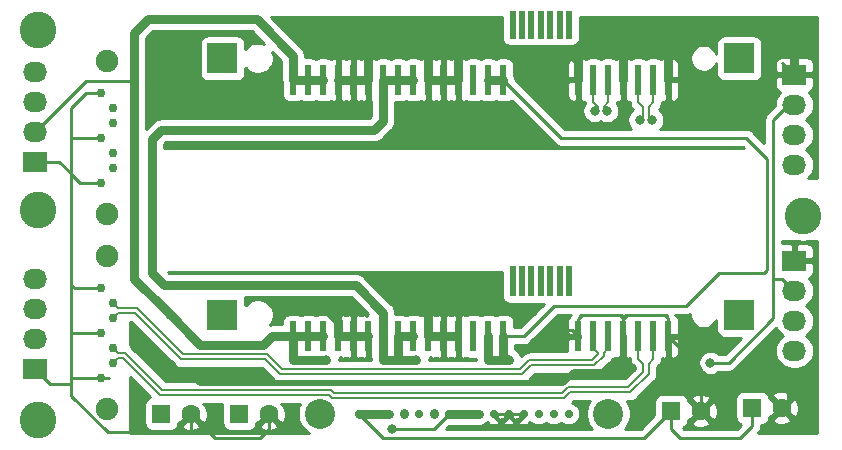
<source format=gbr>
%TF.GenerationSoftware,KiCad,Pcbnew,(5.1.10)-1*%
%TF.CreationDate,2021-07-18T21:09:21+08:00*%
%TF.ProjectId,2.5_SAS_Backend,322e355f-5341-4535-9f42-61636b656e64,rev?*%
%TF.SameCoordinates,Original*%
%TF.FileFunction,Copper,L2,Bot*%
%TF.FilePolarity,Positive*%
%FSLAX46Y46*%
G04 Gerber Fmt 4.6, Leading zero omitted, Abs format (unit mm)*
G04 Created by KiCad (PCBNEW (5.1.10)-1) date 2021-07-18 21:09:21*
%MOMM*%
%LPD*%
G01*
G04 APERTURE LIST*
%TA.AperFunction,WasherPad*%
%ADD10C,1.900000*%
%TD*%
%TA.AperFunction,ComponentPad*%
%ADD11C,0.750000*%
%TD*%
%TA.AperFunction,SMDPad,CuDef*%
%ADD12R,2.600000X2.600000*%
%TD*%
%TA.AperFunction,SMDPad,CuDef*%
%ADD13R,0.600000X2.530000*%
%TD*%
%TA.AperFunction,SMDPad,CuDef*%
%ADD14R,0.500000X2.530000*%
%TD*%
%TA.AperFunction,ComponentPad*%
%ADD15C,0.700000*%
%TD*%
%TA.AperFunction,WasherPad*%
%ADD16C,2.540000*%
%TD*%
%TA.AperFunction,ComponentPad*%
%ADD17C,1.600000*%
%TD*%
%TA.AperFunction,ComponentPad*%
%ADD18R,1.600000X1.600000*%
%TD*%
%TA.AperFunction,ComponentPad*%
%ADD19R,2.030000X1.730000*%
%TD*%
%TA.AperFunction,ComponentPad*%
%ADD20O,2.030000X1.730000*%
%TD*%
%TA.AperFunction,SMDPad,CuDef*%
%ADD21R,0.500000X2.330000*%
%TD*%
%TA.AperFunction,ViaPad*%
%ADD22C,3.100000*%
%TD*%
%TA.AperFunction,ViaPad*%
%ADD23C,0.800000*%
%TD*%
%TA.AperFunction,Conductor*%
%ADD24C,0.250000*%
%TD*%
%TA.AperFunction,Conductor*%
%ADD25C,0.750000*%
%TD*%
%TA.AperFunction,Conductor*%
%ADD26C,0.500000*%
%TD*%
%TA.AperFunction,Conductor*%
%ADD27C,0.200000*%
%TD*%
%TA.AperFunction,Conductor*%
%ADD28C,0.254000*%
%TD*%
%TA.AperFunction,Conductor*%
%ADD29C,0.100000*%
%TD*%
G04 APERTURE END LIST*
D10*
%TO.P,U5,*%
%TO.N,*%
X40132000Y-63874000D03*
X40132000Y-50934000D03*
D11*
%TO.P,U5,1*%
%TO.N,GND*%
X39632000Y-61214000D03*
%TO.P,U5,2*%
%TO.N,/S2_TXD_P*%
X40632000Y-59944000D03*
%TO.P,U5,3*%
%TO.N,/S2_TXD_N*%
X40632000Y-58674000D03*
%TO.P,U5,4*%
%TO.N,GND*%
X39632000Y-57404000D03*
%TO.P,U5,5*%
%TO.N,/S2_RXD_N*%
X40632000Y-56134000D03*
%TO.P,U5,6*%
%TO.N,/S2_RXD_P*%
X40632000Y-54864000D03*
%TO.P,U5,7*%
%TO.N,GND*%
X39632000Y-53594000D03*
%TD*%
D10*
%TO.P,U3,*%
%TO.N,*%
X40132000Y-47364000D03*
X40132000Y-34424000D03*
D11*
%TO.P,U3,1*%
%TO.N,GND*%
X39632000Y-44704000D03*
%TO.P,U3,2*%
%TO.N,/S1_TXD_P*%
X40632000Y-43434000D03*
%TO.P,U3,3*%
%TO.N,/S1_TXD_N*%
X40632000Y-42164000D03*
%TO.P,U3,4*%
%TO.N,GND*%
X39632000Y-40894000D03*
%TO.P,U3,5*%
%TO.N,/S1_RXD_N*%
X40632000Y-39624000D03*
%TO.P,U3,6*%
%TO.N,/S1_RXD_P*%
X40632000Y-38354000D03*
%TO.P,U3,7*%
%TO.N,GND*%
X39632000Y-37084000D03*
%TD*%
D12*
%TO.P,U4,*%
%TO.N,*%
X93630000Y-55880000D03*
X49880000Y-55880000D03*
D13*
%TO.P,U4,1*%
%TO.N,GND*%
X87630000Y-57710000D03*
%TO.P,U4,2*%
%TO.N,/S2_TXD_P*%
X86360000Y-57710000D03*
%TO.P,U4,3*%
%TO.N,/S2_TXD_N*%
X85090000Y-57710000D03*
%TO.P,U4,4*%
%TO.N,GND*%
X83820000Y-57710000D03*
%TO.P,U4,5*%
%TO.N,/S2_RXD_N*%
X82550000Y-57710000D03*
%TO.P,U4,6*%
%TO.N,/S2_RXD_P*%
X81280000Y-57710000D03*
%TO.P,U4,7*%
%TO.N,GND*%
X80010000Y-57710000D03*
D14*
%TO.P,U4,8*%
%TO.N,N/C*%
X79235000Y-53040000D03*
%TO.P,U4,9*%
X78435000Y-53040000D03*
%TO.P,U4,10*%
X77635000Y-53040000D03*
%TO.P,U4,11*%
X76835000Y-53040000D03*
%TO.P,U4,12*%
X76035000Y-53040000D03*
%TO.P,U4,13*%
X75235000Y-53040000D03*
%TO.P,U4,14*%
X74435000Y-53040000D03*
D13*
%TO.P,U4,15*%
%TO.N,+3V3*%
X73660000Y-57710000D03*
%TO.P,U4,16*%
X72390000Y-57710000D03*
%TO.P,U4,17*%
%TO.N,N/C*%
X71120000Y-57710000D03*
%TO.P,U4,18*%
%TO.N,GND*%
X69850000Y-57710000D03*
%TO.P,U4,19*%
X68580000Y-57710000D03*
%TO.P,U4,20*%
X67310000Y-57710000D03*
%TO.P,U4,21*%
%TO.N,+5V*%
X66040000Y-57710000D03*
%TO.P,U4,22*%
X64770000Y-57710000D03*
%TO.P,U4,23*%
X63500000Y-57710000D03*
%TO.P,U4,24*%
%TO.N,GND*%
X62230000Y-57710000D03*
%TO.P,U4,25*%
X60960000Y-57710000D03*
%TO.P,U4,26*%
X59690000Y-57710000D03*
%TO.P,U4,27*%
%TO.N,+12V*%
X58420000Y-57710000D03*
%TO.P,U4,28*%
X57150000Y-57710000D03*
%TO.P,U4,29*%
X55880000Y-57710000D03*
%TD*%
D15*
%TO.P,U2,14*%
%TO.N,+12V*%
X62680000Y-64262000D03*
%TO.P,U2,13*%
X63950000Y-64262000D03*
%TO.P,U2,15*%
X61410000Y-64262000D03*
%TO.P,U2,10*%
%TO.N,GND*%
X67760000Y-64262000D03*
%TO.P,U2,12*%
X65220000Y-64262000D03*
%TO.P,U2,11*%
%TO.N,N/C*%
X66490000Y-64262000D03*
%TO.P,U2,9*%
%TO.N,+5V*%
X69030000Y-64262000D03*
%TO.P,U2,8*%
X70300000Y-64262000D03*
%TO.P,U2,7*%
X71570000Y-64262000D03*
%TO.P,U2,6*%
%TO.N,GND*%
X72840000Y-64262000D03*
%TO.P,U2,5*%
X74110000Y-64262000D03*
%TO.P,U2,4*%
X75380000Y-64262000D03*
%TO.P,U2,3*%
%TO.N,N/C*%
X76650000Y-64262000D03*
%TO.P,U2,2*%
%TO.N,+3V3*%
X77920000Y-64262000D03*
%TO.P,U2,1*%
X79190000Y-64262000D03*
D16*
%TO.P,U2,*%
%TO.N,*%
X58140600Y-64262000D03*
X82550000Y-64262000D03*
%TD*%
D17*
%TO.P,5V_C2,2*%
%TO.N,GND*%
X53808000Y-64262000D03*
D18*
%TO.P,5V_C2,1*%
%TO.N,+5V*%
X51308000Y-64262000D03*
%TD*%
D17*
%TO.P,12V_C3,2*%
%TO.N,GND*%
X90384000Y-64008000D03*
D18*
%TO.P,12V_C3,1*%
%TO.N,+12V*%
X87884000Y-64008000D03*
%TD*%
D17*
%TO.P,12V_C4,2*%
%TO.N,GND*%
X97242000Y-63754000D03*
D18*
%TO.P,12V_C4,1*%
%TO.N,+12V*%
X94742000Y-63754000D03*
%TD*%
D19*
%TO.P,M1,1*%
%TO.N,GND*%
X98298000Y-51308000D03*
D20*
%TO.P,M1,2*%
%TO.N,+5V*%
X98298000Y-53848000D03*
%TO.P,M1,3*%
%TO.N,N/C*%
X98298000Y-56388000D03*
%TO.P,M1,4*%
X98298000Y-58928000D03*
%TD*%
D19*
%TO.P,M2,1*%
%TO.N,GND*%
X98298000Y-35560000D03*
D20*
%TO.P,M2,2*%
%TO.N,+5V*%
X98298000Y-38100000D03*
%TO.P,M2,3*%
%TO.N,N/C*%
X98298000Y-40640000D03*
%TO.P,M2,4*%
X98298000Y-43180000D03*
%TD*%
D19*
%TO.P,M3,1*%
%TO.N,GND*%
X34036000Y-42926000D03*
D20*
%TO.P,M3,2*%
%TO.N,+12V*%
X34036000Y-40386000D03*
%TO.P,M3,3*%
%TO.N,N/C*%
X34036000Y-37846000D03*
%TO.P,M3,4*%
X34036000Y-35306000D03*
%TD*%
D19*
%TO.P,M4,1*%
%TO.N,GND*%
X34036000Y-60452000D03*
D20*
%TO.P,M4,2*%
%TO.N,+12V*%
X34036000Y-57912000D03*
%TO.P,M4,3*%
%TO.N,N/C*%
X34036000Y-55372000D03*
%TO.P,M4,4*%
X34036000Y-52832000D03*
%TD*%
D17*
%TO.P,5V_C1,2*%
%TO.N,GND*%
X47204000Y-64262000D03*
D18*
%TO.P,5V_C1,1*%
%TO.N,+5V*%
X44704000Y-64262000D03*
%TD*%
D12*
%TO.P,U1,*%
%TO.N,*%
X93630000Y-34163000D03*
X49880000Y-34163000D03*
D13*
%TO.P,U1,1*%
%TO.N,GND*%
X87630000Y-35993000D03*
%TO.P,U1,2*%
%TO.N,/S1_TXD_P*%
X86360000Y-35993000D03*
%TO.P,U1,3*%
%TO.N,/S1_TXD_N*%
X85090000Y-35993000D03*
%TO.P,U1,4*%
%TO.N,GND*%
X83820000Y-35993000D03*
%TO.P,U1,5*%
%TO.N,/S1_RXD_N*%
X82550000Y-35993000D03*
%TO.P,U1,6*%
%TO.N,/S1_RXD_P*%
X81280000Y-35993000D03*
%TO.P,U1,7*%
%TO.N,GND*%
X80010000Y-35993000D03*
D21*
%TO.P,U1,8*%
%TO.N,N/C*%
X79235000Y-31323000D03*
%TO.P,U1,9*%
X78435000Y-31323000D03*
%TO.P,U1,10*%
X77635000Y-31323000D03*
%TO.P,U1,11*%
X76835000Y-31323000D03*
%TO.P,U1,12*%
X76035000Y-31323000D03*
%TO.P,U1,13*%
X75235000Y-31323000D03*
%TO.P,U1,14*%
X74435000Y-31323000D03*
D13*
%TO.P,U1,15*%
%TO.N,+3V3*%
X73660000Y-35993000D03*
%TO.P,U1,16*%
X72390000Y-35993000D03*
%TO.P,U1,17*%
%TO.N,N/C*%
X71120000Y-35993000D03*
%TO.P,U1,18*%
%TO.N,GND*%
X69850000Y-35993000D03*
%TO.P,U1,19*%
X68580000Y-35993000D03*
%TO.P,U1,20*%
X67310000Y-35993000D03*
%TO.P,U1,21*%
%TO.N,+5V*%
X66040000Y-35993000D03*
%TO.P,U1,22*%
X64770000Y-35993000D03*
%TO.P,U1,23*%
X63500000Y-35993000D03*
%TO.P,U1,24*%
%TO.N,GND*%
X62230000Y-35993000D03*
%TO.P,U1,25*%
X60960000Y-35993000D03*
%TO.P,U1,26*%
X59690000Y-35993000D03*
%TO.P,U1,27*%
%TO.N,+12V*%
X58420000Y-35993000D03*
%TO.P,U1,28*%
X57150000Y-35993000D03*
%TO.P,U1,29*%
X55880000Y-35993000D03*
%TD*%
D22*
%TO.N,*%
X34290000Y-64770000D03*
X99060000Y-47498000D03*
X34290000Y-46990000D03*
X34290000Y-31750000D03*
D23*
%TO.N,+12V*%
X58674000Y-59690000D03*
%TO.N,GND*%
X58420000Y-55118000D03*
X65532000Y-53848000D03*
X76200000Y-55626000D03*
X77724000Y-57150000D03*
X47244000Y-60960000D03*
X67310000Y-40640000D03*
%TO.N,+5V*%
X66294000Y-59690000D03*
X64262000Y-65532000D03*
X91186000Y-59944000D03*
%TO.N,+3V3*%
X74168000Y-59690000D03*
%TO.N,/S1_TXD_P*%
X86250000Y-39370000D03*
%TO.N,/S1_TXD_N*%
X85200000Y-39370000D03*
%TO.N,/S1_RXD_N*%
X82440000Y-38608000D03*
%TO.N,/S1_RXD_P*%
X81390000Y-38608000D03*
%TD*%
D24*
%TO.N,+12V*%
X85598000Y-66294000D02*
X87884000Y-64008000D01*
X88646000Y-66294000D02*
X93726000Y-66294000D01*
X63442000Y-66294000D02*
X85598000Y-66294000D01*
X87884000Y-65532000D02*
X88646000Y-66294000D01*
X61410000Y-64262000D02*
X63442000Y-66294000D01*
X93726000Y-66294000D02*
X94742000Y-65278000D01*
X87884000Y-64008000D02*
X87884000Y-65532000D01*
D25*
X57150000Y-35993000D02*
X58420000Y-35993000D01*
X62680000Y-64262000D02*
X63950000Y-64262000D01*
X61410000Y-64262000D02*
X62680000Y-64262000D01*
X45085000Y-55499000D02*
X42418000Y-52832000D01*
D24*
X38354000Y-36068000D02*
X42164000Y-36068000D01*
D25*
X55880000Y-57710000D02*
X54050000Y-57710000D01*
D24*
X33782000Y-40386000D02*
X34036000Y-40386000D01*
D25*
X55880000Y-33978000D02*
X55880000Y-35993000D01*
X57150000Y-57710000D02*
X58420000Y-57710000D01*
X48006000Y-58420000D02*
X45085000Y-55499000D01*
X55880000Y-35993000D02*
X57150000Y-35993000D01*
X55880000Y-57710000D02*
X57150000Y-57710000D01*
X45468808Y-55882808D02*
X45085000Y-55499000D01*
D24*
X94742000Y-65278000D02*
X94742000Y-63754000D01*
D25*
X55880000Y-59690000D02*
X55880000Y-57710000D01*
X58674000Y-59690000D02*
X55880000Y-59690000D01*
D24*
X34036000Y-40386000D02*
X38354000Y-36068000D01*
D25*
X54050000Y-57710000D02*
X53340000Y-58420000D01*
X53340000Y-58420000D02*
X48006000Y-58420000D01*
D24*
X33782000Y-57912000D02*
X34036000Y-57912000D01*
X42164000Y-36068000D02*
X42418000Y-36322000D01*
D25*
X42418000Y-52832000D02*
X42418000Y-36322000D01*
X42418000Y-32004000D02*
X43561000Y-30861000D01*
X42418000Y-36322000D02*
X42418000Y-32004000D01*
X43561000Y-30861000D02*
X52763000Y-30861000D01*
X52763000Y-30861000D02*
X55880000Y-33978000D01*
%TO.N,GND*%
X90297000Y-31115000D02*
X96520000Y-31115000D01*
X67310000Y-55626000D02*
X65532000Y-53848000D01*
X69850000Y-35993000D02*
X69850000Y-34036000D01*
X60960000Y-35993000D02*
X62230000Y-35993000D01*
X67760000Y-64162998D02*
X67760000Y-64262000D01*
D24*
X72840000Y-64262000D02*
X72840000Y-64574000D01*
D25*
X83624000Y-33782000D02*
X87757000Y-33782000D01*
X67310000Y-35993000D02*
X68580000Y-35993000D01*
X80206000Y-33782000D02*
X83624000Y-33782000D01*
X83624000Y-33782000D02*
X83820000Y-33978000D01*
X67310000Y-57710000D02*
X67310000Y-55626000D01*
X83820000Y-33978000D02*
X83820000Y-35993000D01*
X62230000Y-33655000D02*
X62865000Y-33020000D01*
X66352000Y-33020000D02*
X67310000Y-33978000D01*
X59690000Y-57710000D02*
X59690000Y-56388000D01*
X67310000Y-33978000D02*
X67310000Y-35993000D01*
X80010000Y-34417000D02*
X80010000Y-35993000D01*
X69850000Y-34036000D02*
X70231000Y-33655000D01*
X62230000Y-35993000D02*
X62230000Y-33655000D01*
X68580000Y-35993000D02*
X69850000Y-35993000D01*
X59690000Y-35993000D02*
X60960000Y-35993000D01*
X65220000Y-64262000D02*
X65220000Y-64162998D01*
D24*
X67310000Y-55626000D02*
X76200000Y-55626000D01*
X77724000Y-57150000D02*
X79450000Y-57150000D01*
X79450000Y-57150000D02*
X80010000Y-57710000D01*
X37084000Y-43942000D02*
X37084000Y-53340000D01*
X90384000Y-64008000D02*
X90384000Y-62016000D01*
D25*
X59690000Y-56388000D02*
X58420000Y-55118000D01*
D24*
X69544000Y-57710000D02*
X69850000Y-57710000D01*
D25*
X67310000Y-57710000D02*
X68580000Y-57710000D01*
X60960000Y-57710000D02*
X62230000Y-57710000D01*
X68580000Y-57710000D02*
X69544000Y-57710000D01*
D24*
X90384000Y-62016000D02*
X91440000Y-60960000D01*
D25*
X80010000Y-33978000D02*
X80206000Y-33782000D01*
D24*
X97282000Y-34544000D02*
X98298000Y-35560000D01*
D25*
X59690000Y-57710000D02*
X60960000Y-57710000D01*
X87757000Y-33655000D02*
X90297000Y-31115000D01*
X87757000Y-33782000D02*
X87757000Y-33655000D01*
X80010000Y-35993000D02*
X80010000Y-33978000D01*
X79248000Y-33655000D02*
X80010000Y-34417000D01*
X62865000Y-33020000D02*
X66352000Y-33020000D01*
X70231000Y-33655000D02*
X79248000Y-33655000D01*
D24*
X90384000Y-60464000D02*
X87630000Y-57710000D01*
X74110000Y-64262000D02*
X75380000Y-64262000D01*
X91440000Y-60960000D02*
X97790000Y-60960000D01*
X84135000Y-55880000D02*
X87315000Y-55880000D01*
X87315000Y-55880000D02*
X87630000Y-56195000D01*
X83820000Y-56195000D02*
X83820000Y-57710000D01*
X87630000Y-56195000D02*
X87630000Y-57710000D01*
X83820000Y-56195000D02*
X84135000Y-55880000D01*
X97790000Y-60960000D02*
X97790000Y-63206000D01*
X97790000Y-63206000D02*
X97242000Y-63754000D01*
X90384000Y-64008000D02*
X90384000Y-60464000D01*
X72840000Y-64262000D02*
X74110000Y-64262000D01*
X80325000Y-55880000D02*
X83505000Y-55880000D01*
X83505000Y-55880000D02*
X83820000Y-56195000D01*
X80010000Y-57710000D02*
X80010000Y-56195000D01*
X80010000Y-56195000D02*
X80325000Y-55880000D01*
X34036000Y-42926000D02*
X36068000Y-42926000D01*
X35306000Y-61722000D02*
X34036000Y-60452000D01*
X37084000Y-61722000D02*
X35306000Y-61722000D01*
D25*
X87630000Y-35993000D02*
X87630000Y-33782000D01*
D24*
X36957000Y-43815000D02*
X37084000Y-43942000D01*
X37084000Y-53340000D02*
X37084000Y-55626000D01*
X36068000Y-42926000D02*
X36957000Y-43815000D01*
D25*
X87630000Y-33782000D02*
X87757000Y-33655000D01*
X96520000Y-31115000D02*
X98298000Y-32893000D01*
X98298000Y-32893000D02*
X98298000Y-35560000D01*
D24*
X37084000Y-55626000D02*
X37084000Y-57404000D01*
X37084000Y-57404000D02*
X37084000Y-57912000D01*
X37204000Y-53460000D02*
X37084000Y-53340000D01*
X37084000Y-61468000D02*
X37084000Y-61722000D01*
X39632000Y-61214000D02*
X40274000Y-61214000D01*
X39632000Y-57404000D02*
X37084000Y-57404000D01*
X37338000Y-53594000D02*
X37204000Y-53460000D01*
X39632000Y-53594000D02*
X37338000Y-53594000D01*
X38354000Y-37084000D02*
X39632000Y-37084000D01*
X37084000Y-38354000D02*
X38354000Y-37084000D01*
X39632000Y-40894000D02*
X37084000Y-40894000D01*
X37084000Y-40894000D02*
X37084000Y-38354000D01*
X37084000Y-43942000D02*
X37084000Y-40894000D01*
X37846000Y-44704000D02*
X37084000Y-43942000D01*
X39632000Y-44704000D02*
X37846000Y-44704000D01*
X53808000Y-64262000D02*
X53808000Y-65572000D01*
X53808000Y-65572000D02*
X53086000Y-66294000D01*
X49236000Y-66294000D02*
X47204000Y-64262000D01*
X53086000Y-66294000D02*
X49236000Y-66294000D01*
X47204000Y-64262000D02*
X47204000Y-65826000D01*
X47204000Y-65826000D02*
X47164000Y-65786000D01*
X47164000Y-65786000D02*
X40156998Y-65786000D01*
X37084000Y-62713002D02*
X37084000Y-61722000D01*
X40156998Y-65786000D02*
X37084000Y-62713002D01*
X39632000Y-61214000D02*
X37084000Y-61214000D01*
X37084000Y-61214000D02*
X37084000Y-61468000D01*
X37084000Y-57912000D02*
X37084000Y-61214000D01*
X67310000Y-35993000D02*
X67310000Y-40132000D01*
X67310000Y-40132000D02*
X67310000Y-40640000D01*
D26*
X83820000Y-59475000D02*
X83820000Y-57710000D01*
X82575990Y-60719010D02*
X83820000Y-59475000D01*
X79662959Y-60719010D02*
X82575990Y-60719010D01*
X78689970Y-61691999D02*
X79662959Y-60719010D01*
X47975999Y-61691999D02*
X78689970Y-61691999D01*
X47244000Y-60960000D02*
X47975999Y-61691999D01*
D25*
%TO.N,+5V*%
X63500000Y-39497000D02*
X63500000Y-35993000D01*
X63500000Y-57710000D02*
X63500000Y-55695000D01*
X44704000Y-40259000D02*
X62738000Y-40259000D01*
X61145000Y-53340000D02*
X44958000Y-53340000D01*
X44958000Y-53340000D02*
X43942000Y-52324000D01*
X64770000Y-35993000D02*
X66040000Y-35993000D01*
X43942000Y-52324000D02*
X43942000Y-41021000D01*
X43942000Y-41021000D02*
X44704000Y-40259000D01*
X62738000Y-40259000D02*
X63500000Y-39497000D01*
X63500000Y-55695000D02*
X61145000Y-53340000D01*
D24*
X67760000Y-65532000D02*
X64262000Y-65532000D01*
D25*
X64770000Y-57710000D02*
X66040000Y-57710000D01*
X66294000Y-59690000D02*
X64770000Y-59690000D01*
X63500000Y-35993000D02*
X64770000Y-35993000D01*
D24*
X97790000Y-38100000D02*
X96520000Y-39370000D01*
X96520000Y-52832000D02*
X97282000Y-52832000D01*
D25*
X63500000Y-57710000D02*
X63500000Y-59690000D01*
D24*
X92751002Y-59944000D02*
X91186000Y-59944000D01*
X96520000Y-52832000D02*
X96520000Y-56175002D01*
X96520000Y-56175002D02*
X92751002Y-59944000D01*
X97282000Y-52832000D02*
X98298000Y-53848000D01*
D25*
X69030000Y-64262000D02*
X70300000Y-64262000D01*
D24*
X96520000Y-39370000D02*
X96520000Y-52832000D01*
X69030000Y-64262000D02*
X67760000Y-65532000D01*
X98298000Y-38100000D02*
X97790000Y-38100000D01*
D25*
X64770000Y-59690000D02*
X63500000Y-59690000D01*
X70300000Y-64262000D02*
X71570000Y-64262000D01*
X64770000Y-59690000D02*
X64770000Y-57710000D01*
D24*
%TO.N,+3V3*%
X96012000Y-42672000D02*
X94234000Y-40894000D01*
D25*
X72390000Y-35993000D02*
X73660000Y-35993000D01*
X73660000Y-57710000D02*
X73660000Y-57658000D01*
D24*
X75386000Y-57710000D02*
X77978000Y-55118000D01*
X77978000Y-55118000D02*
X89154000Y-55118000D01*
X78561000Y-40894000D02*
X73660000Y-35993000D01*
X91948000Y-52324000D02*
X95758000Y-52324000D01*
D25*
X74168000Y-59690000D02*
X73660000Y-59690000D01*
D24*
X95758000Y-52324000D02*
X96012000Y-52070000D01*
X89154000Y-55118000D02*
X91948000Y-52324000D01*
D25*
X73660000Y-59690000D02*
X73660000Y-57710000D01*
D24*
X73660000Y-57710000D02*
X75386000Y-57710000D01*
X94234000Y-40894000D02*
X78561000Y-40894000D01*
D25*
X72390000Y-59690000D02*
X72390000Y-57710000D01*
D24*
X96012000Y-52070000D02*
X96012000Y-42672000D01*
D25*
X73660000Y-59690000D02*
X72390000Y-59690000D01*
D27*
%TO.N,/S1_TXD_P*%
X86360000Y-35993000D02*
X86360000Y-36958000D01*
X85950000Y-39070000D02*
X86250000Y-39370000D01*
X85950000Y-38300501D02*
X85950000Y-39070000D01*
X86360000Y-37890501D02*
X85950000Y-38300501D01*
X86360000Y-35993000D02*
X86360000Y-37890501D01*
%TO.N,/S1_TXD_N*%
X85090000Y-35993000D02*
X85090000Y-36958000D01*
X85500000Y-39070000D02*
X85200000Y-39370000D01*
X85500000Y-38300501D02*
X85500000Y-39070000D01*
X85090000Y-37890501D02*
X85500000Y-38300501D01*
X85090000Y-35993000D02*
X85090000Y-37890501D01*
%TO.N,/S1_RXD_N*%
X82550000Y-35993000D02*
X82550000Y-36958000D01*
X82550000Y-35993000D02*
X82550000Y-37890501D01*
X82140000Y-38300501D02*
X82140000Y-38308000D01*
X82140000Y-38308000D02*
X82440000Y-38608000D01*
X82550000Y-37890501D02*
X82140000Y-38300501D01*
%TO.N,/S1_RXD_P*%
X81280000Y-35993000D02*
X81280000Y-36958000D01*
X81690000Y-38308000D02*
X81390000Y-38608000D01*
X81690000Y-38300501D02*
X81690000Y-38308000D01*
X81280000Y-37890501D02*
X81690000Y-38300501D01*
X81280000Y-35993000D02*
X81280000Y-37890501D01*
%TO.N,/S2_TXD_P*%
X41042000Y-59534000D02*
X40632000Y-59944000D01*
X41435800Y-59534000D02*
X41042000Y-59534000D01*
X78833200Y-62963000D02*
X59165202Y-62963000D01*
X86360000Y-59607501D02*
X85950000Y-60017501D01*
X84421200Y-62455000D02*
X79341200Y-62455000D01*
X85950000Y-60017501D02*
X85950000Y-60926200D01*
X85950000Y-60926200D02*
X84421200Y-62455000D01*
X79341200Y-62455000D02*
X78833200Y-62963000D01*
X59165202Y-62963000D02*
X58894201Y-62691999D01*
X58894201Y-62691999D02*
X44593799Y-62691999D01*
X86360000Y-57710000D02*
X86360000Y-59607501D01*
X44593799Y-62691999D02*
X41435800Y-59534000D01*
%TO.N,/S2_TXD_N*%
X41622200Y-59084000D02*
X41042000Y-59084000D01*
X59080593Y-62242008D02*
X44780208Y-62242008D01*
X59351584Y-62513000D02*
X59080593Y-62242008D01*
X78646800Y-62513000D02*
X59351584Y-62513000D01*
X84234800Y-62005000D02*
X79154800Y-62005000D01*
X85500000Y-60017501D02*
X85500000Y-60739800D01*
X85090000Y-59607501D02*
X85500000Y-60017501D01*
X79154800Y-62005000D02*
X78646800Y-62513000D01*
X85090000Y-57710000D02*
X85090000Y-59607501D01*
X44780208Y-62242008D02*
X41622200Y-59084000D01*
X85500000Y-60739800D02*
X84234800Y-62005000D01*
X41042000Y-59084000D02*
X40632000Y-58674000D01*
%TO.N,/S2_RXD_N*%
X54770800Y-60931000D02*
X53500800Y-59661000D01*
X53500800Y-59661000D02*
X46388800Y-59661000D01*
X82550000Y-57710000D02*
X82550000Y-58675000D01*
X42451800Y-55724000D02*
X41042000Y-55724000D01*
X41042000Y-55724000D02*
X40632000Y-56134000D01*
X46388800Y-59661000D02*
X42451800Y-55724000D01*
X82550000Y-58675000D02*
X82140000Y-59085000D01*
X82140000Y-59085000D02*
X82140000Y-59402353D01*
X82140000Y-59402353D02*
X81373353Y-60169000D01*
X81373353Y-60169000D02*
X76039200Y-60169000D01*
X75277200Y-60931000D02*
X54770800Y-60931000D01*
X76039200Y-60169000D02*
X75277200Y-60931000D01*
%TO.N,/S2_RXD_P*%
X53687200Y-59211000D02*
X46575200Y-59211000D01*
X81280000Y-57710000D02*
X81280000Y-58675000D01*
X54957200Y-60481000D02*
X53687200Y-59211000D01*
X41042000Y-55274000D02*
X40632000Y-54864000D01*
X42638200Y-55274000D02*
X41042000Y-55274000D01*
X46575200Y-59211000D02*
X42638200Y-55274000D01*
X81280000Y-58675000D02*
X81690000Y-59085000D01*
X81690000Y-59085000D02*
X81690000Y-59215953D01*
X81690000Y-59215953D02*
X81186953Y-59719000D01*
X81186953Y-59719000D02*
X75852800Y-59719000D01*
X75090800Y-60481000D02*
X54957200Y-60481000D01*
X75852800Y-59719000D02*
X75090800Y-60481000D01*
%TD*%
D28*
%TO.N,GND*%
X98844796Y-49683000D02*
X99275204Y-49683000D01*
X99405914Y-49657000D01*
X100203000Y-49657000D01*
X100203000Y-65913000D01*
X95181802Y-65913000D01*
X95253004Y-65841798D01*
X95282001Y-65818001D01*
X95334526Y-65753999D01*
X95376974Y-65702277D01*
X95447546Y-65570247D01*
X95464855Y-65513185D01*
X95491003Y-65426986D01*
X95502000Y-65315333D01*
X95502000Y-65315323D01*
X95505676Y-65278000D01*
X95502000Y-65240678D01*
X95502000Y-65192072D01*
X95542000Y-65192072D01*
X95666482Y-65179812D01*
X95786180Y-65143502D01*
X95896494Y-65084537D01*
X95993185Y-65005185D01*
X96072537Y-64908494D01*
X96131502Y-64798180D01*
X96147117Y-64746702D01*
X96428903Y-64746702D01*
X96500486Y-64990671D01*
X96755996Y-65111571D01*
X97030184Y-65180300D01*
X97312512Y-65194217D01*
X97592130Y-65152787D01*
X97858292Y-65057603D01*
X97983514Y-64990671D01*
X98055097Y-64746702D01*
X97242000Y-63933605D01*
X96428903Y-64746702D01*
X96147117Y-64746702D01*
X96167812Y-64678482D01*
X96180072Y-64554000D01*
X96180072Y-64546785D01*
X96249298Y-64567097D01*
X97062395Y-63754000D01*
X97421605Y-63754000D01*
X98234702Y-64567097D01*
X98478671Y-64495514D01*
X98599571Y-64240004D01*
X98668300Y-63965816D01*
X98682217Y-63683488D01*
X98640787Y-63403870D01*
X98545603Y-63137708D01*
X98478671Y-63012486D01*
X98234702Y-62940903D01*
X97421605Y-63754000D01*
X97062395Y-63754000D01*
X96249298Y-62940903D01*
X96180072Y-62961215D01*
X96180072Y-62954000D01*
X96167812Y-62829518D01*
X96147118Y-62761298D01*
X96428903Y-62761298D01*
X97242000Y-63574395D01*
X98055097Y-62761298D01*
X97983514Y-62517329D01*
X97728004Y-62396429D01*
X97453816Y-62327700D01*
X97171488Y-62313783D01*
X96891870Y-62355213D01*
X96625708Y-62450397D01*
X96500486Y-62517329D01*
X96428903Y-62761298D01*
X96147118Y-62761298D01*
X96131502Y-62709820D01*
X96072537Y-62599506D01*
X95993185Y-62502815D01*
X95896494Y-62423463D01*
X95786180Y-62364498D01*
X95666482Y-62328188D01*
X95542000Y-62315928D01*
X93942000Y-62315928D01*
X93817518Y-62328188D01*
X93697820Y-62364498D01*
X93587506Y-62423463D01*
X93490815Y-62502815D01*
X93411463Y-62599506D01*
X93352498Y-62709820D01*
X93316188Y-62829518D01*
X93303928Y-62954000D01*
X93303928Y-64554000D01*
X93316188Y-64678482D01*
X93352498Y-64798180D01*
X93411463Y-64908494D01*
X93490815Y-65005185D01*
X93587506Y-65084537D01*
X93697820Y-65143502D01*
X93777520Y-65167679D01*
X93411199Y-65534000D01*
X88960802Y-65534000D01*
X88848480Y-65421679D01*
X88928180Y-65397502D01*
X89038494Y-65338537D01*
X89135185Y-65259185D01*
X89214537Y-65162494D01*
X89273502Y-65052180D01*
X89289117Y-65000702D01*
X89570903Y-65000702D01*
X89642486Y-65244671D01*
X89897996Y-65365571D01*
X90172184Y-65434300D01*
X90454512Y-65448217D01*
X90734130Y-65406787D01*
X91000292Y-65311603D01*
X91125514Y-65244671D01*
X91197097Y-65000702D01*
X90384000Y-64187605D01*
X89570903Y-65000702D01*
X89289117Y-65000702D01*
X89309812Y-64932482D01*
X89322072Y-64808000D01*
X89322072Y-64800785D01*
X89391298Y-64821097D01*
X90204395Y-64008000D01*
X90563605Y-64008000D01*
X91376702Y-64821097D01*
X91620671Y-64749514D01*
X91741571Y-64494004D01*
X91810300Y-64219816D01*
X91824217Y-63937488D01*
X91782787Y-63657870D01*
X91687603Y-63391708D01*
X91620671Y-63266486D01*
X91376702Y-63194903D01*
X90563605Y-64008000D01*
X90204395Y-64008000D01*
X89391298Y-63194903D01*
X89322072Y-63215215D01*
X89322072Y-63208000D01*
X89309812Y-63083518D01*
X89289118Y-63015298D01*
X89570903Y-63015298D01*
X90384000Y-63828395D01*
X91197097Y-63015298D01*
X91125514Y-62771329D01*
X90870004Y-62650429D01*
X90595816Y-62581700D01*
X90313488Y-62567783D01*
X90033870Y-62609213D01*
X89767708Y-62704397D01*
X89642486Y-62771329D01*
X89570903Y-63015298D01*
X89289118Y-63015298D01*
X89273502Y-62963820D01*
X89214537Y-62853506D01*
X89135185Y-62756815D01*
X89038494Y-62677463D01*
X88928180Y-62618498D01*
X88808482Y-62582188D01*
X88684000Y-62569928D01*
X87084000Y-62569928D01*
X86959518Y-62582188D01*
X86839820Y-62618498D01*
X86729506Y-62677463D01*
X86632815Y-62756815D01*
X86553463Y-62853506D01*
X86494498Y-62963820D01*
X86458188Y-63083518D01*
X86445928Y-63208000D01*
X86445928Y-64371270D01*
X85283199Y-65534000D01*
X83972076Y-65534000D01*
X84029710Y-65476366D01*
X84238189Y-65164356D01*
X84381791Y-64817668D01*
X84455000Y-64449626D01*
X84455000Y-64074374D01*
X84381791Y-63706332D01*
X84238189Y-63359644D01*
X84124836Y-63190000D01*
X84385095Y-63190000D01*
X84421200Y-63193556D01*
X84457305Y-63190000D01*
X84565285Y-63179365D01*
X84703833Y-63137337D01*
X84831520Y-63069087D01*
X84943438Y-62977238D01*
X84966458Y-62949188D01*
X86444193Y-61471454D01*
X86472238Y-61448438D01*
X86564087Y-61336520D01*
X86601543Y-61266445D01*
X86632337Y-61208834D01*
X86674365Y-61070285D01*
X86688556Y-60926200D01*
X86685000Y-60890095D01*
X86685000Y-60321947D01*
X86854187Y-60152760D01*
X86882238Y-60129739D01*
X86974087Y-60017821D01*
X87018161Y-59935365D01*
X87042337Y-59890135D01*
X87084365Y-59751586D01*
X87098556Y-59607501D01*
X87095000Y-59571396D01*
X87095000Y-59567287D01*
X87205518Y-59600812D01*
X87330000Y-59613072D01*
X87344250Y-59610000D01*
X87503000Y-59451250D01*
X87503000Y-57837000D01*
X87757000Y-57837000D01*
X87757000Y-59451250D01*
X87915750Y-59610000D01*
X87930000Y-59613072D01*
X88054482Y-59600812D01*
X88174180Y-59564502D01*
X88284494Y-59505537D01*
X88381185Y-59426185D01*
X88460537Y-59329494D01*
X88519502Y-59219180D01*
X88555812Y-59099482D01*
X88568072Y-58975000D01*
X88565000Y-57995750D01*
X88406250Y-57837000D01*
X87757000Y-57837000D01*
X87503000Y-57837000D01*
X87483000Y-57837000D01*
X87483000Y-57583000D01*
X87503000Y-57583000D01*
X87503000Y-57563000D01*
X87757000Y-57563000D01*
X87757000Y-57583000D01*
X88406250Y-57583000D01*
X88565000Y-57424250D01*
X88568072Y-56445000D01*
X88555812Y-56320518D01*
X88519502Y-56200820D01*
X88460537Y-56090506D01*
X88381185Y-55993815D01*
X88284494Y-55914463D01*
X88216278Y-55878000D01*
X89116678Y-55878000D01*
X89154000Y-55881676D01*
X89191322Y-55878000D01*
X89191333Y-55878000D01*
X89302986Y-55867003D01*
X89446247Y-55823546D01*
X89495000Y-55797487D01*
X89495000Y-55991788D01*
X89538617Y-56211067D01*
X89624176Y-56417624D01*
X89748388Y-56603520D01*
X89906480Y-56761612D01*
X90092376Y-56885824D01*
X90298933Y-56971383D01*
X90518212Y-57015000D01*
X90741788Y-57015000D01*
X90961067Y-56971383D01*
X91167624Y-56885824D01*
X91353520Y-56761612D01*
X91511612Y-56603520D01*
X91635824Y-56417624D01*
X91691928Y-56282177D01*
X91691928Y-57180000D01*
X91704188Y-57304482D01*
X91740498Y-57424180D01*
X91799463Y-57534494D01*
X91878815Y-57631185D01*
X91975506Y-57710537D01*
X92085820Y-57769502D01*
X92205518Y-57805812D01*
X92330000Y-57818072D01*
X93802129Y-57818072D01*
X92436201Y-59184000D01*
X91889711Y-59184000D01*
X91845774Y-59140063D01*
X91676256Y-59026795D01*
X91487898Y-58948774D01*
X91287939Y-58909000D01*
X91084061Y-58909000D01*
X90884102Y-58948774D01*
X90695744Y-59026795D01*
X90526226Y-59140063D01*
X90382063Y-59284226D01*
X90268795Y-59453744D01*
X90190774Y-59642102D01*
X90151000Y-59842061D01*
X90151000Y-60045939D01*
X90190774Y-60245898D01*
X90268795Y-60434256D01*
X90382063Y-60603774D01*
X90526226Y-60747937D01*
X90695744Y-60861205D01*
X90884102Y-60939226D01*
X91084061Y-60979000D01*
X91287939Y-60979000D01*
X91487898Y-60939226D01*
X91676256Y-60861205D01*
X91845774Y-60747937D01*
X91889711Y-60704000D01*
X92713680Y-60704000D01*
X92751002Y-60707676D01*
X92788324Y-60704000D01*
X92788335Y-60704000D01*
X92899988Y-60693003D01*
X93043249Y-60649546D01*
X93175278Y-60578974D01*
X93291003Y-60484001D01*
X93314806Y-60454997D01*
X96772727Y-56997077D01*
X96894762Y-57225387D01*
X97082208Y-57453792D01*
X97310613Y-57641238D01*
X97341972Y-57658000D01*
X97310613Y-57674762D01*
X97082208Y-57862208D01*
X96894762Y-58090613D01*
X96755476Y-58351198D01*
X96669705Y-58633949D01*
X96640743Y-58928000D01*
X96669705Y-59222051D01*
X96755476Y-59504802D01*
X96894762Y-59765387D01*
X97082208Y-59993792D01*
X97310613Y-60181238D01*
X97571198Y-60320524D01*
X97853949Y-60406295D01*
X98074320Y-60428000D01*
X98521680Y-60428000D01*
X98742051Y-60406295D01*
X99024802Y-60320524D01*
X99285387Y-60181238D01*
X99513792Y-59993792D01*
X99701238Y-59765387D01*
X99840524Y-59504802D01*
X99926295Y-59222051D01*
X99955257Y-58928000D01*
X99926295Y-58633949D01*
X99840524Y-58351198D01*
X99701238Y-58090613D01*
X99513792Y-57862208D01*
X99285387Y-57674762D01*
X99254028Y-57658000D01*
X99285387Y-57641238D01*
X99513792Y-57453792D01*
X99701238Y-57225387D01*
X99840524Y-56964802D01*
X99926295Y-56682051D01*
X99955257Y-56388000D01*
X99926295Y-56093949D01*
X99840524Y-55811198D01*
X99701238Y-55550613D01*
X99513792Y-55322208D01*
X99285387Y-55134762D01*
X99254028Y-55118000D01*
X99285387Y-55101238D01*
X99513792Y-54913792D01*
X99701238Y-54685387D01*
X99840524Y-54424802D01*
X99926295Y-54142051D01*
X99955257Y-53848000D01*
X99926295Y-53553949D01*
X99840524Y-53271198D01*
X99701238Y-53010613D01*
X99513792Y-52782208D01*
X99507970Y-52777430D01*
X99557180Y-52762502D01*
X99667494Y-52703537D01*
X99764185Y-52624185D01*
X99843537Y-52527494D01*
X99902502Y-52417180D01*
X99938812Y-52297482D01*
X99951072Y-52173000D01*
X99948000Y-51593750D01*
X99789250Y-51435000D01*
X98425000Y-51435000D01*
X98425000Y-51455000D01*
X98171000Y-51455000D01*
X98171000Y-51435000D01*
X98151000Y-51435000D01*
X98151000Y-51181000D01*
X98171000Y-51181000D01*
X98171000Y-49966750D01*
X98425000Y-49966750D01*
X98425000Y-51181000D01*
X99789250Y-51181000D01*
X99948000Y-51022250D01*
X99951072Y-50443000D01*
X99938812Y-50318518D01*
X99902502Y-50198820D01*
X99843537Y-50088506D01*
X99764185Y-49991815D01*
X99667494Y-49912463D01*
X99557180Y-49853498D01*
X99437482Y-49817188D01*
X99313000Y-49804928D01*
X98583750Y-49808000D01*
X98425000Y-49966750D01*
X98171000Y-49966750D01*
X98012250Y-49808000D01*
X97283000Y-49804928D01*
X97280000Y-49805223D01*
X97280000Y-49657000D01*
X98714086Y-49657000D01*
X98844796Y-49683000D01*
%TA.AperFunction,Conductor*%
D29*
G36*
X98844796Y-49683000D02*
G01*
X99275204Y-49683000D01*
X99405914Y-49657000D01*
X100203000Y-49657000D01*
X100203000Y-65913000D01*
X95181802Y-65913000D01*
X95253004Y-65841798D01*
X95282001Y-65818001D01*
X95334526Y-65753999D01*
X95376974Y-65702277D01*
X95447546Y-65570247D01*
X95464855Y-65513185D01*
X95491003Y-65426986D01*
X95502000Y-65315333D01*
X95502000Y-65315323D01*
X95505676Y-65278000D01*
X95502000Y-65240678D01*
X95502000Y-65192072D01*
X95542000Y-65192072D01*
X95666482Y-65179812D01*
X95786180Y-65143502D01*
X95896494Y-65084537D01*
X95993185Y-65005185D01*
X96072537Y-64908494D01*
X96131502Y-64798180D01*
X96147117Y-64746702D01*
X96428903Y-64746702D01*
X96500486Y-64990671D01*
X96755996Y-65111571D01*
X97030184Y-65180300D01*
X97312512Y-65194217D01*
X97592130Y-65152787D01*
X97858292Y-65057603D01*
X97983514Y-64990671D01*
X98055097Y-64746702D01*
X97242000Y-63933605D01*
X96428903Y-64746702D01*
X96147117Y-64746702D01*
X96167812Y-64678482D01*
X96180072Y-64554000D01*
X96180072Y-64546785D01*
X96249298Y-64567097D01*
X97062395Y-63754000D01*
X97421605Y-63754000D01*
X98234702Y-64567097D01*
X98478671Y-64495514D01*
X98599571Y-64240004D01*
X98668300Y-63965816D01*
X98682217Y-63683488D01*
X98640787Y-63403870D01*
X98545603Y-63137708D01*
X98478671Y-63012486D01*
X98234702Y-62940903D01*
X97421605Y-63754000D01*
X97062395Y-63754000D01*
X96249298Y-62940903D01*
X96180072Y-62961215D01*
X96180072Y-62954000D01*
X96167812Y-62829518D01*
X96147118Y-62761298D01*
X96428903Y-62761298D01*
X97242000Y-63574395D01*
X98055097Y-62761298D01*
X97983514Y-62517329D01*
X97728004Y-62396429D01*
X97453816Y-62327700D01*
X97171488Y-62313783D01*
X96891870Y-62355213D01*
X96625708Y-62450397D01*
X96500486Y-62517329D01*
X96428903Y-62761298D01*
X96147118Y-62761298D01*
X96131502Y-62709820D01*
X96072537Y-62599506D01*
X95993185Y-62502815D01*
X95896494Y-62423463D01*
X95786180Y-62364498D01*
X95666482Y-62328188D01*
X95542000Y-62315928D01*
X93942000Y-62315928D01*
X93817518Y-62328188D01*
X93697820Y-62364498D01*
X93587506Y-62423463D01*
X93490815Y-62502815D01*
X93411463Y-62599506D01*
X93352498Y-62709820D01*
X93316188Y-62829518D01*
X93303928Y-62954000D01*
X93303928Y-64554000D01*
X93316188Y-64678482D01*
X93352498Y-64798180D01*
X93411463Y-64908494D01*
X93490815Y-65005185D01*
X93587506Y-65084537D01*
X93697820Y-65143502D01*
X93777520Y-65167679D01*
X93411199Y-65534000D01*
X88960802Y-65534000D01*
X88848480Y-65421679D01*
X88928180Y-65397502D01*
X89038494Y-65338537D01*
X89135185Y-65259185D01*
X89214537Y-65162494D01*
X89273502Y-65052180D01*
X89289117Y-65000702D01*
X89570903Y-65000702D01*
X89642486Y-65244671D01*
X89897996Y-65365571D01*
X90172184Y-65434300D01*
X90454512Y-65448217D01*
X90734130Y-65406787D01*
X91000292Y-65311603D01*
X91125514Y-65244671D01*
X91197097Y-65000702D01*
X90384000Y-64187605D01*
X89570903Y-65000702D01*
X89289117Y-65000702D01*
X89309812Y-64932482D01*
X89322072Y-64808000D01*
X89322072Y-64800785D01*
X89391298Y-64821097D01*
X90204395Y-64008000D01*
X90563605Y-64008000D01*
X91376702Y-64821097D01*
X91620671Y-64749514D01*
X91741571Y-64494004D01*
X91810300Y-64219816D01*
X91824217Y-63937488D01*
X91782787Y-63657870D01*
X91687603Y-63391708D01*
X91620671Y-63266486D01*
X91376702Y-63194903D01*
X90563605Y-64008000D01*
X90204395Y-64008000D01*
X89391298Y-63194903D01*
X89322072Y-63215215D01*
X89322072Y-63208000D01*
X89309812Y-63083518D01*
X89289118Y-63015298D01*
X89570903Y-63015298D01*
X90384000Y-63828395D01*
X91197097Y-63015298D01*
X91125514Y-62771329D01*
X90870004Y-62650429D01*
X90595816Y-62581700D01*
X90313488Y-62567783D01*
X90033870Y-62609213D01*
X89767708Y-62704397D01*
X89642486Y-62771329D01*
X89570903Y-63015298D01*
X89289118Y-63015298D01*
X89273502Y-62963820D01*
X89214537Y-62853506D01*
X89135185Y-62756815D01*
X89038494Y-62677463D01*
X88928180Y-62618498D01*
X88808482Y-62582188D01*
X88684000Y-62569928D01*
X87084000Y-62569928D01*
X86959518Y-62582188D01*
X86839820Y-62618498D01*
X86729506Y-62677463D01*
X86632815Y-62756815D01*
X86553463Y-62853506D01*
X86494498Y-62963820D01*
X86458188Y-63083518D01*
X86445928Y-63208000D01*
X86445928Y-64371270D01*
X85283199Y-65534000D01*
X83972076Y-65534000D01*
X84029710Y-65476366D01*
X84238189Y-65164356D01*
X84381791Y-64817668D01*
X84455000Y-64449626D01*
X84455000Y-64074374D01*
X84381791Y-63706332D01*
X84238189Y-63359644D01*
X84124836Y-63190000D01*
X84385095Y-63190000D01*
X84421200Y-63193556D01*
X84457305Y-63190000D01*
X84565285Y-63179365D01*
X84703833Y-63137337D01*
X84831520Y-63069087D01*
X84943438Y-62977238D01*
X84966458Y-62949188D01*
X86444193Y-61471454D01*
X86472238Y-61448438D01*
X86564087Y-61336520D01*
X86601543Y-61266445D01*
X86632337Y-61208834D01*
X86674365Y-61070285D01*
X86688556Y-60926200D01*
X86685000Y-60890095D01*
X86685000Y-60321947D01*
X86854187Y-60152760D01*
X86882238Y-60129739D01*
X86974087Y-60017821D01*
X87018161Y-59935365D01*
X87042337Y-59890135D01*
X87084365Y-59751586D01*
X87098556Y-59607501D01*
X87095000Y-59571396D01*
X87095000Y-59567287D01*
X87205518Y-59600812D01*
X87330000Y-59613072D01*
X87344250Y-59610000D01*
X87503000Y-59451250D01*
X87503000Y-57837000D01*
X87757000Y-57837000D01*
X87757000Y-59451250D01*
X87915750Y-59610000D01*
X87930000Y-59613072D01*
X88054482Y-59600812D01*
X88174180Y-59564502D01*
X88284494Y-59505537D01*
X88381185Y-59426185D01*
X88460537Y-59329494D01*
X88519502Y-59219180D01*
X88555812Y-59099482D01*
X88568072Y-58975000D01*
X88565000Y-57995750D01*
X88406250Y-57837000D01*
X87757000Y-57837000D01*
X87503000Y-57837000D01*
X87483000Y-57837000D01*
X87483000Y-57583000D01*
X87503000Y-57583000D01*
X87503000Y-57563000D01*
X87757000Y-57563000D01*
X87757000Y-57583000D01*
X88406250Y-57583000D01*
X88565000Y-57424250D01*
X88568072Y-56445000D01*
X88555812Y-56320518D01*
X88519502Y-56200820D01*
X88460537Y-56090506D01*
X88381185Y-55993815D01*
X88284494Y-55914463D01*
X88216278Y-55878000D01*
X89116678Y-55878000D01*
X89154000Y-55881676D01*
X89191322Y-55878000D01*
X89191333Y-55878000D01*
X89302986Y-55867003D01*
X89446247Y-55823546D01*
X89495000Y-55797487D01*
X89495000Y-55991788D01*
X89538617Y-56211067D01*
X89624176Y-56417624D01*
X89748388Y-56603520D01*
X89906480Y-56761612D01*
X90092376Y-56885824D01*
X90298933Y-56971383D01*
X90518212Y-57015000D01*
X90741788Y-57015000D01*
X90961067Y-56971383D01*
X91167624Y-56885824D01*
X91353520Y-56761612D01*
X91511612Y-56603520D01*
X91635824Y-56417624D01*
X91691928Y-56282177D01*
X91691928Y-57180000D01*
X91704188Y-57304482D01*
X91740498Y-57424180D01*
X91799463Y-57534494D01*
X91878815Y-57631185D01*
X91975506Y-57710537D01*
X92085820Y-57769502D01*
X92205518Y-57805812D01*
X92330000Y-57818072D01*
X93802129Y-57818072D01*
X92436201Y-59184000D01*
X91889711Y-59184000D01*
X91845774Y-59140063D01*
X91676256Y-59026795D01*
X91487898Y-58948774D01*
X91287939Y-58909000D01*
X91084061Y-58909000D01*
X90884102Y-58948774D01*
X90695744Y-59026795D01*
X90526226Y-59140063D01*
X90382063Y-59284226D01*
X90268795Y-59453744D01*
X90190774Y-59642102D01*
X90151000Y-59842061D01*
X90151000Y-60045939D01*
X90190774Y-60245898D01*
X90268795Y-60434256D01*
X90382063Y-60603774D01*
X90526226Y-60747937D01*
X90695744Y-60861205D01*
X90884102Y-60939226D01*
X91084061Y-60979000D01*
X91287939Y-60979000D01*
X91487898Y-60939226D01*
X91676256Y-60861205D01*
X91845774Y-60747937D01*
X91889711Y-60704000D01*
X92713680Y-60704000D01*
X92751002Y-60707676D01*
X92788324Y-60704000D01*
X92788335Y-60704000D01*
X92899988Y-60693003D01*
X93043249Y-60649546D01*
X93175278Y-60578974D01*
X93291003Y-60484001D01*
X93314806Y-60454997D01*
X96772727Y-56997077D01*
X96894762Y-57225387D01*
X97082208Y-57453792D01*
X97310613Y-57641238D01*
X97341972Y-57658000D01*
X97310613Y-57674762D01*
X97082208Y-57862208D01*
X96894762Y-58090613D01*
X96755476Y-58351198D01*
X96669705Y-58633949D01*
X96640743Y-58928000D01*
X96669705Y-59222051D01*
X96755476Y-59504802D01*
X96894762Y-59765387D01*
X97082208Y-59993792D01*
X97310613Y-60181238D01*
X97571198Y-60320524D01*
X97853949Y-60406295D01*
X98074320Y-60428000D01*
X98521680Y-60428000D01*
X98742051Y-60406295D01*
X99024802Y-60320524D01*
X99285387Y-60181238D01*
X99513792Y-59993792D01*
X99701238Y-59765387D01*
X99840524Y-59504802D01*
X99926295Y-59222051D01*
X99955257Y-58928000D01*
X99926295Y-58633949D01*
X99840524Y-58351198D01*
X99701238Y-58090613D01*
X99513792Y-57862208D01*
X99285387Y-57674762D01*
X99254028Y-57658000D01*
X99285387Y-57641238D01*
X99513792Y-57453792D01*
X99701238Y-57225387D01*
X99840524Y-56964802D01*
X99926295Y-56682051D01*
X99955257Y-56388000D01*
X99926295Y-56093949D01*
X99840524Y-55811198D01*
X99701238Y-55550613D01*
X99513792Y-55322208D01*
X99285387Y-55134762D01*
X99254028Y-55118000D01*
X99285387Y-55101238D01*
X99513792Y-54913792D01*
X99701238Y-54685387D01*
X99840524Y-54424802D01*
X99926295Y-54142051D01*
X99955257Y-53848000D01*
X99926295Y-53553949D01*
X99840524Y-53271198D01*
X99701238Y-53010613D01*
X99513792Y-52782208D01*
X99507970Y-52777430D01*
X99557180Y-52762502D01*
X99667494Y-52703537D01*
X99764185Y-52624185D01*
X99843537Y-52527494D01*
X99902502Y-52417180D01*
X99938812Y-52297482D01*
X99951072Y-52173000D01*
X99948000Y-51593750D01*
X99789250Y-51435000D01*
X98425000Y-51435000D01*
X98425000Y-51455000D01*
X98171000Y-51455000D01*
X98171000Y-51435000D01*
X98151000Y-51435000D01*
X98151000Y-51181000D01*
X98171000Y-51181000D01*
X98171000Y-49966750D01*
X98425000Y-49966750D01*
X98425000Y-51181000D01*
X99789250Y-51181000D01*
X99948000Y-51022250D01*
X99951072Y-50443000D01*
X99938812Y-50318518D01*
X99902502Y-50198820D01*
X99843537Y-50088506D01*
X99764185Y-49991815D01*
X99667494Y-49912463D01*
X99557180Y-49853498D01*
X99437482Y-49817188D01*
X99313000Y-49804928D01*
X98583750Y-49808000D01*
X98425000Y-49966750D01*
X98171000Y-49966750D01*
X98012250Y-49808000D01*
X97283000Y-49804928D01*
X97280000Y-49805223D01*
X97280000Y-49657000D01*
X98714086Y-49657000D01*
X98844796Y-49683000D01*
G37*
%TD.AperFunction*%
D28*
X43717388Y-62855035D02*
X43659820Y-62872498D01*
X43549506Y-62931463D01*
X43452815Y-63010815D01*
X43373463Y-63107506D01*
X43314498Y-63217820D01*
X43278188Y-63337518D01*
X43265928Y-63462000D01*
X43265928Y-65062000D01*
X43278188Y-65186482D01*
X43314498Y-65306180D01*
X43373463Y-65416494D01*
X43452815Y-65513185D01*
X43549506Y-65592537D01*
X43659820Y-65651502D01*
X43779518Y-65687812D01*
X43904000Y-65700072D01*
X45504000Y-65700072D01*
X45628482Y-65687812D01*
X45748180Y-65651502D01*
X45858494Y-65592537D01*
X45955185Y-65513185D01*
X46034537Y-65416494D01*
X46093502Y-65306180D01*
X46109117Y-65254702D01*
X46390903Y-65254702D01*
X46462486Y-65498671D01*
X46717996Y-65619571D01*
X46992184Y-65688300D01*
X47274512Y-65702217D01*
X47554130Y-65660787D01*
X47820292Y-65565603D01*
X47945514Y-65498671D01*
X48017097Y-65254702D01*
X47204000Y-64441605D01*
X46390903Y-65254702D01*
X46109117Y-65254702D01*
X46129812Y-65186482D01*
X46142072Y-65062000D01*
X46142072Y-65054785D01*
X46211298Y-65075097D01*
X47024395Y-64262000D01*
X47010253Y-64247858D01*
X47189858Y-64068253D01*
X47204000Y-64082395D01*
X47218143Y-64068253D01*
X47397748Y-64247858D01*
X47383605Y-64262000D01*
X48196702Y-65075097D01*
X48440671Y-65003514D01*
X48561571Y-64748004D01*
X48630300Y-64473816D01*
X48644217Y-64191488D01*
X48602787Y-63911870D01*
X48507603Y-63645708D01*
X48440671Y-63520486D01*
X48196704Y-63448903D01*
X48218608Y-63426999D01*
X49873375Y-63426999D01*
X49869928Y-63462000D01*
X49869928Y-65062000D01*
X49882188Y-65186482D01*
X49918498Y-65306180D01*
X49977463Y-65416494D01*
X50056815Y-65513185D01*
X50153506Y-65592537D01*
X50263820Y-65651502D01*
X50383518Y-65687812D01*
X50508000Y-65700072D01*
X52108000Y-65700072D01*
X52232482Y-65687812D01*
X52352180Y-65651502D01*
X52462494Y-65592537D01*
X52559185Y-65513185D01*
X52638537Y-65416494D01*
X52697502Y-65306180D01*
X52713117Y-65254702D01*
X52994903Y-65254702D01*
X53066486Y-65498671D01*
X53321996Y-65619571D01*
X53596184Y-65688300D01*
X53878512Y-65702217D01*
X54158130Y-65660787D01*
X54424292Y-65565603D01*
X54549514Y-65498671D01*
X54621097Y-65254702D01*
X53808000Y-64441605D01*
X52994903Y-65254702D01*
X52713117Y-65254702D01*
X52733812Y-65186482D01*
X52746072Y-65062000D01*
X52746072Y-65054785D01*
X52815298Y-65075097D01*
X53628395Y-64262000D01*
X53614253Y-64247858D01*
X53793858Y-64068253D01*
X53808000Y-64082395D01*
X53822143Y-64068253D01*
X54001748Y-64247858D01*
X53987605Y-64262000D01*
X54800702Y-65075097D01*
X55044671Y-65003514D01*
X55165571Y-64748004D01*
X55234300Y-64473816D01*
X55248217Y-64191488D01*
X55206787Y-63911870D01*
X55111603Y-63645708D01*
X55044671Y-63520486D01*
X54800704Y-63448903D01*
X54822608Y-63426999D01*
X56424512Y-63426999D01*
X56308809Y-63706332D01*
X56235600Y-64074374D01*
X56235600Y-64449626D01*
X56308809Y-64817668D01*
X56452411Y-65164356D01*
X56660890Y-65476366D01*
X56926234Y-65741710D01*
X57182587Y-65913000D01*
X42037000Y-65913000D01*
X42037000Y-61174647D01*
X43717388Y-62855035D01*
%TA.AperFunction,Conductor*%
D29*
G36*
X43717388Y-62855035D02*
G01*
X43659820Y-62872498D01*
X43549506Y-62931463D01*
X43452815Y-63010815D01*
X43373463Y-63107506D01*
X43314498Y-63217820D01*
X43278188Y-63337518D01*
X43265928Y-63462000D01*
X43265928Y-65062000D01*
X43278188Y-65186482D01*
X43314498Y-65306180D01*
X43373463Y-65416494D01*
X43452815Y-65513185D01*
X43549506Y-65592537D01*
X43659820Y-65651502D01*
X43779518Y-65687812D01*
X43904000Y-65700072D01*
X45504000Y-65700072D01*
X45628482Y-65687812D01*
X45748180Y-65651502D01*
X45858494Y-65592537D01*
X45955185Y-65513185D01*
X46034537Y-65416494D01*
X46093502Y-65306180D01*
X46109117Y-65254702D01*
X46390903Y-65254702D01*
X46462486Y-65498671D01*
X46717996Y-65619571D01*
X46992184Y-65688300D01*
X47274512Y-65702217D01*
X47554130Y-65660787D01*
X47820292Y-65565603D01*
X47945514Y-65498671D01*
X48017097Y-65254702D01*
X47204000Y-64441605D01*
X46390903Y-65254702D01*
X46109117Y-65254702D01*
X46129812Y-65186482D01*
X46142072Y-65062000D01*
X46142072Y-65054785D01*
X46211298Y-65075097D01*
X47024395Y-64262000D01*
X47010253Y-64247858D01*
X47189858Y-64068253D01*
X47204000Y-64082395D01*
X47218143Y-64068253D01*
X47397748Y-64247858D01*
X47383605Y-64262000D01*
X48196702Y-65075097D01*
X48440671Y-65003514D01*
X48561571Y-64748004D01*
X48630300Y-64473816D01*
X48644217Y-64191488D01*
X48602787Y-63911870D01*
X48507603Y-63645708D01*
X48440671Y-63520486D01*
X48196704Y-63448903D01*
X48218608Y-63426999D01*
X49873375Y-63426999D01*
X49869928Y-63462000D01*
X49869928Y-65062000D01*
X49882188Y-65186482D01*
X49918498Y-65306180D01*
X49977463Y-65416494D01*
X50056815Y-65513185D01*
X50153506Y-65592537D01*
X50263820Y-65651502D01*
X50383518Y-65687812D01*
X50508000Y-65700072D01*
X52108000Y-65700072D01*
X52232482Y-65687812D01*
X52352180Y-65651502D01*
X52462494Y-65592537D01*
X52559185Y-65513185D01*
X52638537Y-65416494D01*
X52697502Y-65306180D01*
X52713117Y-65254702D01*
X52994903Y-65254702D01*
X53066486Y-65498671D01*
X53321996Y-65619571D01*
X53596184Y-65688300D01*
X53878512Y-65702217D01*
X54158130Y-65660787D01*
X54424292Y-65565603D01*
X54549514Y-65498671D01*
X54621097Y-65254702D01*
X53808000Y-64441605D01*
X52994903Y-65254702D01*
X52713117Y-65254702D01*
X52733812Y-65186482D01*
X52746072Y-65062000D01*
X52746072Y-65054785D01*
X52815298Y-65075097D01*
X53628395Y-64262000D01*
X53614253Y-64247858D01*
X53793858Y-64068253D01*
X53808000Y-64082395D01*
X53822143Y-64068253D01*
X54001748Y-64247858D01*
X53987605Y-64262000D01*
X54800702Y-65075097D01*
X55044671Y-65003514D01*
X55165571Y-64748004D01*
X55234300Y-64473816D01*
X55248217Y-64191488D01*
X55206787Y-63911870D01*
X55111603Y-63645708D01*
X55044671Y-63520486D01*
X54800704Y-63448903D01*
X54822608Y-63426999D01*
X56424512Y-63426999D01*
X56308809Y-63706332D01*
X56235600Y-64074374D01*
X56235600Y-64449626D01*
X56308809Y-64817668D01*
X56452411Y-65164356D01*
X56660890Y-65476366D01*
X56926234Y-65741710D01*
X57182587Y-65913000D01*
X42037000Y-65913000D01*
X42037000Y-61174647D01*
X43717388Y-62855035D01*
G37*
%TD.AperFunction*%
D28*
X80861811Y-63359644D02*
X80718209Y-63706332D01*
X80645000Y-64074374D01*
X80645000Y-64449626D01*
X80718209Y-64817668D01*
X80861811Y-65164356D01*
X81070290Y-65476366D01*
X81127924Y-65534000D01*
X68832801Y-65534000D01*
X69094802Y-65272000D01*
X71619608Y-65272000D01*
X71767994Y-65257385D01*
X71958380Y-65199632D01*
X72133840Y-65105847D01*
X72216852Y-65037722D01*
X72230369Y-65051239D01*
X72349088Y-64932520D01*
X72365784Y-65130767D01*
X72544384Y-65206589D01*
X72734344Y-65246110D01*
X72928364Y-65247813D01*
X73118989Y-65211632D01*
X73298893Y-65138957D01*
X73314216Y-65130767D01*
X73330912Y-64932517D01*
X73619088Y-64932517D01*
X73635784Y-65130767D01*
X73814384Y-65206589D01*
X74004344Y-65246110D01*
X74198364Y-65247813D01*
X74388989Y-65211632D01*
X74568893Y-65138957D01*
X74584216Y-65130767D01*
X74600912Y-64932517D01*
X74110000Y-64441605D01*
X73619088Y-64932517D01*
X73330912Y-64932517D01*
X72840000Y-64441605D01*
X72825858Y-64455748D01*
X72646253Y-64276143D01*
X72660395Y-64262000D01*
X72646253Y-64247858D01*
X72825858Y-64068253D01*
X72840000Y-64082395D01*
X72854143Y-64068253D01*
X73033748Y-64247858D01*
X73019605Y-64262000D01*
X73127986Y-64370381D01*
X73160368Y-64540989D01*
X73233043Y-64720893D01*
X73241233Y-64736216D01*
X73439483Y-64752912D01*
X73475000Y-64717395D01*
X73510517Y-64752912D01*
X73708767Y-64736216D01*
X73784589Y-64557616D01*
X73823945Y-64368450D01*
X73930395Y-64262000D01*
X73916253Y-64247858D01*
X74095858Y-64068253D01*
X74110000Y-64082395D01*
X74124143Y-64068253D01*
X74303748Y-64247858D01*
X74289605Y-64262000D01*
X74397986Y-64370381D01*
X74430368Y-64540989D01*
X74503043Y-64720893D01*
X74511233Y-64736216D01*
X74709483Y-64752912D01*
X74745000Y-64717395D01*
X74780517Y-64752912D01*
X74978767Y-64736216D01*
X75054589Y-64557616D01*
X75093945Y-64368450D01*
X75200395Y-64262000D01*
X75186253Y-64247858D01*
X75365858Y-64068253D01*
X75380000Y-64082395D01*
X75394143Y-64068253D01*
X75573748Y-64247858D01*
X75559605Y-64262000D01*
X75573748Y-64276143D01*
X75394143Y-64455748D01*
X75380000Y-64441605D01*
X74889088Y-64932517D01*
X74905784Y-65130767D01*
X75084384Y-65206589D01*
X75274344Y-65246110D01*
X75468364Y-65247813D01*
X75658989Y-65211632D01*
X75838893Y-65138957D01*
X75854216Y-65130767D01*
X75870912Y-64932520D01*
X75989631Y-65051239D01*
X76017935Y-65022935D01*
X76022099Y-65027099D01*
X76183428Y-65134896D01*
X76362686Y-65209147D01*
X76552986Y-65247000D01*
X76747014Y-65247000D01*
X76937314Y-65209147D01*
X77116572Y-65134896D01*
X77277901Y-65027099D01*
X77285000Y-65020000D01*
X77292099Y-65027099D01*
X77453428Y-65134896D01*
X77632686Y-65209147D01*
X77822986Y-65247000D01*
X78017014Y-65247000D01*
X78207314Y-65209147D01*
X78386572Y-65134896D01*
X78547901Y-65027099D01*
X78555000Y-65020000D01*
X78562099Y-65027099D01*
X78723428Y-65134896D01*
X78902686Y-65209147D01*
X79092986Y-65247000D01*
X79287014Y-65247000D01*
X79477314Y-65209147D01*
X79656572Y-65134896D01*
X79817901Y-65027099D01*
X79955099Y-64889901D01*
X80062896Y-64728572D01*
X80137147Y-64549314D01*
X80175000Y-64359014D01*
X80175000Y-64164986D01*
X80137147Y-63974686D01*
X80062896Y-63795428D01*
X79955099Y-63634099D01*
X79817901Y-63496901D01*
X79656572Y-63389104D01*
X79508059Y-63327588D01*
X79645647Y-63190000D01*
X80975164Y-63190000D01*
X80861811Y-63359644D01*
%TA.AperFunction,Conductor*%
D29*
G36*
X80861811Y-63359644D02*
G01*
X80718209Y-63706332D01*
X80645000Y-64074374D01*
X80645000Y-64449626D01*
X80718209Y-64817668D01*
X80861811Y-65164356D01*
X81070290Y-65476366D01*
X81127924Y-65534000D01*
X68832801Y-65534000D01*
X69094802Y-65272000D01*
X71619608Y-65272000D01*
X71767994Y-65257385D01*
X71958380Y-65199632D01*
X72133840Y-65105847D01*
X72216852Y-65037722D01*
X72230369Y-65051239D01*
X72349088Y-64932520D01*
X72365784Y-65130767D01*
X72544384Y-65206589D01*
X72734344Y-65246110D01*
X72928364Y-65247813D01*
X73118989Y-65211632D01*
X73298893Y-65138957D01*
X73314216Y-65130767D01*
X73330912Y-64932517D01*
X73619088Y-64932517D01*
X73635784Y-65130767D01*
X73814384Y-65206589D01*
X74004344Y-65246110D01*
X74198364Y-65247813D01*
X74388989Y-65211632D01*
X74568893Y-65138957D01*
X74584216Y-65130767D01*
X74600912Y-64932517D01*
X74110000Y-64441605D01*
X73619088Y-64932517D01*
X73330912Y-64932517D01*
X72840000Y-64441605D01*
X72825858Y-64455748D01*
X72646253Y-64276143D01*
X72660395Y-64262000D01*
X72646253Y-64247858D01*
X72825858Y-64068253D01*
X72840000Y-64082395D01*
X72854143Y-64068253D01*
X73033748Y-64247858D01*
X73019605Y-64262000D01*
X73127986Y-64370381D01*
X73160368Y-64540989D01*
X73233043Y-64720893D01*
X73241233Y-64736216D01*
X73439483Y-64752912D01*
X73475000Y-64717395D01*
X73510517Y-64752912D01*
X73708767Y-64736216D01*
X73784589Y-64557616D01*
X73823945Y-64368450D01*
X73930395Y-64262000D01*
X73916253Y-64247858D01*
X74095858Y-64068253D01*
X74110000Y-64082395D01*
X74124143Y-64068253D01*
X74303748Y-64247858D01*
X74289605Y-64262000D01*
X74397986Y-64370381D01*
X74430368Y-64540989D01*
X74503043Y-64720893D01*
X74511233Y-64736216D01*
X74709483Y-64752912D01*
X74745000Y-64717395D01*
X74780517Y-64752912D01*
X74978767Y-64736216D01*
X75054589Y-64557616D01*
X75093945Y-64368450D01*
X75200395Y-64262000D01*
X75186253Y-64247858D01*
X75365858Y-64068253D01*
X75380000Y-64082395D01*
X75394143Y-64068253D01*
X75573748Y-64247858D01*
X75559605Y-64262000D01*
X75573748Y-64276143D01*
X75394143Y-64455748D01*
X75380000Y-64441605D01*
X74889088Y-64932517D01*
X74905784Y-65130767D01*
X75084384Y-65206589D01*
X75274344Y-65246110D01*
X75468364Y-65247813D01*
X75658989Y-65211632D01*
X75838893Y-65138957D01*
X75854216Y-65130767D01*
X75870912Y-64932520D01*
X75989631Y-65051239D01*
X76017935Y-65022935D01*
X76022099Y-65027099D01*
X76183428Y-65134896D01*
X76362686Y-65209147D01*
X76552986Y-65247000D01*
X76747014Y-65247000D01*
X76937314Y-65209147D01*
X77116572Y-65134896D01*
X77277901Y-65027099D01*
X77285000Y-65020000D01*
X77292099Y-65027099D01*
X77453428Y-65134896D01*
X77632686Y-65209147D01*
X77822986Y-65247000D01*
X78017014Y-65247000D01*
X78207314Y-65209147D01*
X78386572Y-65134896D01*
X78547901Y-65027099D01*
X78555000Y-65020000D01*
X78562099Y-65027099D01*
X78723428Y-65134896D01*
X78902686Y-65209147D01*
X79092986Y-65247000D01*
X79287014Y-65247000D01*
X79477314Y-65209147D01*
X79656572Y-65134896D01*
X79817901Y-65027099D01*
X79955099Y-64889901D01*
X80062896Y-64728572D01*
X80137147Y-64549314D01*
X80175000Y-64359014D01*
X80175000Y-64164986D01*
X80137147Y-63974686D01*
X80062896Y-63795428D01*
X79955099Y-63634099D01*
X79817901Y-63496901D01*
X79656572Y-63389104D01*
X79508059Y-63327588D01*
X79645647Y-63190000D01*
X80975164Y-63190000D01*
X80861811Y-63359644D01*
G37*
%TD.AperFunction*%
D28*
X65413748Y-64247858D02*
X65399605Y-64262000D01*
X65413748Y-64276143D01*
X65234143Y-64455748D01*
X65220000Y-64441605D01*
X65205858Y-64455748D01*
X65026253Y-64276143D01*
X65040395Y-64262000D01*
X65026253Y-64247858D01*
X65205858Y-64068253D01*
X65220000Y-64082395D01*
X65234143Y-64068253D01*
X65413748Y-64247858D01*
%TA.AperFunction,Conductor*%
D29*
G36*
X65413748Y-64247858D02*
G01*
X65399605Y-64262000D01*
X65413748Y-64276143D01*
X65234143Y-64455748D01*
X65220000Y-64441605D01*
X65205858Y-64455748D01*
X65026253Y-64276143D01*
X65040395Y-64262000D01*
X65026253Y-64247858D01*
X65205858Y-64068253D01*
X65220000Y-64082395D01*
X65234143Y-64068253D01*
X65413748Y-64247858D01*
G37*
%TD.AperFunction*%
D28*
X67953748Y-64247858D02*
X67939605Y-64262000D01*
X67947402Y-64269797D01*
X67767797Y-64449402D01*
X67760000Y-64441605D01*
X67745858Y-64455748D01*
X67566253Y-64276143D01*
X67580395Y-64262000D01*
X67566253Y-64247858D01*
X67745858Y-64068253D01*
X67760000Y-64082395D01*
X67774143Y-64068253D01*
X67953748Y-64247858D01*
%TA.AperFunction,Conductor*%
D29*
G36*
X67953748Y-64247858D02*
G01*
X67939605Y-64262000D01*
X67947402Y-64269797D01*
X67767797Y-64449402D01*
X67760000Y-64441605D01*
X67745858Y-64455748D01*
X67566253Y-64276143D01*
X67580395Y-64262000D01*
X67566253Y-64247858D01*
X67745858Y-64068253D01*
X67760000Y-64082395D01*
X67774143Y-64068253D01*
X67953748Y-64247858D01*
G37*
%TD.AperFunction*%
D28*
X83947000Y-57583000D02*
X83967000Y-57583000D01*
X83967000Y-57837000D01*
X83947000Y-57837000D01*
X83947000Y-59451250D01*
X84105750Y-59610000D01*
X84120000Y-59613072D01*
X84244482Y-59600812D01*
X84355001Y-59567286D01*
X84355001Y-59571386D01*
X84351444Y-59607501D01*
X84365635Y-59751586D01*
X84393081Y-59842061D01*
X84407664Y-59890134D01*
X84475914Y-60017821D01*
X84567763Y-60129739D01*
X84595808Y-60152755D01*
X84765000Y-60321947D01*
X84765000Y-60435353D01*
X83930354Y-61270000D01*
X79190894Y-61270000D01*
X79154799Y-61266445D01*
X79118704Y-61270000D01*
X79118695Y-61270000D01*
X79010715Y-61280635D01*
X78872167Y-61322663D01*
X78744480Y-61390913D01*
X78632562Y-61482762D01*
X78609546Y-61510807D01*
X78342354Y-61778000D01*
X59656031Y-61778000D01*
X59625852Y-61747821D01*
X59602831Y-61719770D01*
X59537312Y-61666000D01*
X75241095Y-61666000D01*
X75277200Y-61669556D01*
X75313305Y-61666000D01*
X75421285Y-61655365D01*
X75559833Y-61613337D01*
X75687520Y-61545087D01*
X75799438Y-61453238D01*
X75822458Y-61425188D01*
X76343647Y-60904000D01*
X81337248Y-60904000D01*
X81373353Y-60907556D01*
X81409458Y-60904000D01*
X81517438Y-60893365D01*
X81655986Y-60851337D01*
X81783673Y-60783087D01*
X81895591Y-60691238D01*
X81918611Y-60663188D01*
X82634193Y-59947607D01*
X82662238Y-59924591D01*
X82754087Y-59812673D01*
X82758143Y-59805085D01*
X82822337Y-59684987D01*
X82844152Y-59613072D01*
X82850000Y-59613072D01*
X82974482Y-59600812D01*
X83094180Y-59564502D01*
X83185000Y-59515957D01*
X83275820Y-59564502D01*
X83395518Y-59600812D01*
X83520000Y-59613072D01*
X83534250Y-59610000D01*
X83693000Y-59451250D01*
X83693000Y-57837000D01*
X83673000Y-57837000D01*
X83673000Y-57583000D01*
X83693000Y-57583000D01*
X83693000Y-57563000D01*
X83947000Y-57563000D01*
X83947000Y-57583000D01*
%TA.AperFunction,Conductor*%
D29*
G36*
X83947000Y-57583000D02*
G01*
X83967000Y-57583000D01*
X83967000Y-57837000D01*
X83947000Y-57837000D01*
X83947000Y-59451250D01*
X84105750Y-59610000D01*
X84120000Y-59613072D01*
X84244482Y-59600812D01*
X84355001Y-59567286D01*
X84355001Y-59571386D01*
X84351444Y-59607501D01*
X84365635Y-59751586D01*
X84393081Y-59842061D01*
X84407664Y-59890134D01*
X84475914Y-60017821D01*
X84567763Y-60129739D01*
X84595808Y-60152755D01*
X84765000Y-60321947D01*
X84765000Y-60435353D01*
X83930354Y-61270000D01*
X79190894Y-61270000D01*
X79154799Y-61266445D01*
X79118704Y-61270000D01*
X79118695Y-61270000D01*
X79010715Y-61280635D01*
X78872167Y-61322663D01*
X78744480Y-61390913D01*
X78632562Y-61482762D01*
X78609546Y-61510807D01*
X78342354Y-61778000D01*
X59656031Y-61778000D01*
X59625852Y-61747821D01*
X59602831Y-61719770D01*
X59537312Y-61666000D01*
X75241095Y-61666000D01*
X75277200Y-61669556D01*
X75313305Y-61666000D01*
X75421285Y-61655365D01*
X75559833Y-61613337D01*
X75687520Y-61545087D01*
X75799438Y-61453238D01*
X75822458Y-61425188D01*
X76343647Y-60904000D01*
X81337248Y-60904000D01*
X81373353Y-60907556D01*
X81409458Y-60904000D01*
X81517438Y-60893365D01*
X81655986Y-60851337D01*
X81783673Y-60783087D01*
X81895591Y-60691238D01*
X81918611Y-60663188D01*
X82634193Y-59947607D01*
X82662238Y-59924591D01*
X82754087Y-59812673D01*
X82758143Y-59805085D01*
X82822337Y-59684987D01*
X82844152Y-59613072D01*
X82850000Y-59613072D01*
X82974482Y-59600812D01*
X83094180Y-59564502D01*
X83185000Y-59515957D01*
X83275820Y-59564502D01*
X83395518Y-59600812D01*
X83520000Y-59613072D01*
X83534250Y-59610000D01*
X83693000Y-59451250D01*
X83693000Y-57837000D01*
X83673000Y-57837000D01*
X83673000Y-57583000D01*
X83693000Y-57583000D01*
X83693000Y-57563000D01*
X83947000Y-57563000D01*
X83947000Y-57583000D01*
G37*
%TD.AperFunction*%
D28*
X45843546Y-60155193D02*
X45866562Y-60183238D01*
X45978480Y-60275087D01*
X46106167Y-60343337D01*
X46230151Y-60380947D01*
X46244715Y-60385365D01*
X46388800Y-60399556D01*
X46424905Y-60396000D01*
X53196354Y-60396000D01*
X54225546Y-61425193D01*
X54248562Y-61453238D01*
X54314081Y-61507008D01*
X45084655Y-61507008D01*
X42167459Y-58589813D01*
X42144438Y-58561762D01*
X42037000Y-58473590D01*
X42037000Y-56459000D01*
X42147354Y-56459000D01*
X45843546Y-60155193D01*
%TA.AperFunction,Conductor*%
D29*
G36*
X45843546Y-60155193D02*
G01*
X45866562Y-60183238D01*
X45978480Y-60275087D01*
X46106167Y-60343337D01*
X46230151Y-60380947D01*
X46244715Y-60385365D01*
X46388800Y-60399556D01*
X46424905Y-60396000D01*
X53196354Y-60396000D01*
X54225546Y-61425193D01*
X54248562Y-61453238D01*
X54314081Y-61507008D01*
X45084655Y-61507008D01*
X42167459Y-58589813D01*
X42144438Y-58561762D01*
X42037000Y-58473590D01*
X42037000Y-56459000D01*
X42147354Y-56459000D01*
X45843546Y-60155193D01*
G37*
%TD.AperFunction*%
D28*
X62186644Y-55810000D02*
X62102998Y-55810000D01*
X62102998Y-55968748D01*
X61944250Y-55810000D01*
X61930000Y-55806928D01*
X61805518Y-55819188D01*
X61685820Y-55855498D01*
X61595000Y-55904043D01*
X61504180Y-55855498D01*
X61384482Y-55819188D01*
X61260000Y-55806928D01*
X61245750Y-55810000D01*
X61087000Y-55968750D01*
X61087000Y-57583000D01*
X62103000Y-57583000D01*
X62103000Y-57563000D01*
X62357000Y-57563000D01*
X62357000Y-57583000D01*
X62377000Y-57583000D01*
X62377000Y-57837000D01*
X62357000Y-57837000D01*
X62357000Y-59451250D01*
X62490001Y-59584251D01*
X62490001Y-59640383D01*
X62485114Y-59690000D01*
X62490630Y-59746000D01*
X59709000Y-59746000D01*
X59709000Y-59610000D01*
X59817002Y-59610000D01*
X59817002Y-59451252D01*
X59975750Y-59610000D01*
X59990000Y-59613072D01*
X60114482Y-59600812D01*
X60234180Y-59564502D01*
X60325000Y-59515957D01*
X60415820Y-59564502D01*
X60535518Y-59600812D01*
X60660000Y-59613072D01*
X60674250Y-59610000D01*
X60833000Y-59451250D01*
X60833000Y-57837000D01*
X61087000Y-57837000D01*
X61087000Y-59451250D01*
X61245750Y-59610000D01*
X61260000Y-59613072D01*
X61384482Y-59600812D01*
X61504180Y-59564502D01*
X61595000Y-59515957D01*
X61685820Y-59564502D01*
X61805518Y-59600812D01*
X61930000Y-59613072D01*
X61944250Y-59610000D01*
X62103000Y-59451250D01*
X62103000Y-57837000D01*
X61087000Y-57837000D01*
X60833000Y-57837000D01*
X59817000Y-57837000D01*
X59817000Y-57857000D01*
X59563000Y-57857000D01*
X59563000Y-57837000D01*
X59543000Y-57837000D01*
X59543000Y-57583000D01*
X59563000Y-57583000D01*
X59563000Y-55968750D01*
X59817000Y-55968750D01*
X59817000Y-57583000D01*
X60833000Y-57583000D01*
X60833000Y-55968750D01*
X60674250Y-55810000D01*
X60660000Y-55806928D01*
X60535518Y-55819188D01*
X60415820Y-55855498D01*
X60325000Y-55904043D01*
X60234180Y-55855498D01*
X60114482Y-55819188D01*
X59990000Y-55806928D01*
X59975750Y-55810000D01*
X59817000Y-55968750D01*
X59563000Y-55968750D01*
X59404250Y-55810000D01*
X59390000Y-55806928D01*
X59265518Y-55819188D01*
X59145820Y-55855498D01*
X59055000Y-55904043D01*
X58964180Y-55855498D01*
X58844482Y-55819188D01*
X58720000Y-55806928D01*
X58120000Y-55806928D01*
X57995518Y-55819188D01*
X57875820Y-55855498D01*
X57785000Y-55904043D01*
X57694180Y-55855498D01*
X57574482Y-55819188D01*
X57450000Y-55806928D01*
X56850000Y-55806928D01*
X56725518Y-55819188D01*
X56605820Y-55855498D01*
X56515000Y-55904043D01*
X56424180Y-55855498D01*
X56304482Y-55819188D01*
X56180000Y-55806928D01*
X55580000Y-55806928D01*
X55455518Y-55819188D01*
X55335820Y-55855498D01*
X55225506Y-55914463D01*
X55128815Y-55993815D01*
X55049463Y-56090506D01*
X54990498Y-56200820D01*
X54954188Y-56320518D01*
X54941928Y-56445000D01*
X54941928Y-56700000D01*
X54099608Y-56700000D01*
X54050000Y-56695114D01*
X53933267Y-56706611D01*
X54063061Y-56512359D01*
X54163696Y-56269405D01*
X54215000Y-56011486D01*
X54215000Y-55748514D01*
X54163696Y-55490595D01*
X54063061Y-55247641D01*
X53916962Y-55028987D01*
X53731013Y-54843038D01*
X53512359Y-54696939D01*
X53269405Y-54596304D01*
X53011486Y-54545000D01*
X52748514Y-54545000D01*
X52490595Y-54596304D01*
X52247641Y-54696939D01*
X52028987Y-54843038D01*
X51843038Y-55028987D01*
X51818072Y-55066351D01*
X51818072Y-54580000D01*
X51805812Y-54455518D01*
X51773803Y-54350000D01*
X60726645Y-54350000D01*
X62186644Y-55810000D01*
%TA.AperFunction,Conductor*%
D29*
G36*
X62186644Y-55810000D02*
G01*
X62102998Y-55810000D01*
X62102998Y-55968748D01*
X61944250Y-55810000D01*
X61930000Y-55806928D01*
X61805518Y-55819188D01*
X61685820Y-55855498D01*
X61595000Y-55904043D01*
X61504180Y-55855498D01*
X61384482Y-55819188D01*
X61260000Y-55806928D01*
X61245750Y-55810000D01*
X61087000Y-55968750D01*
X61087000Y-57583000D01*
X62103000Y-57583000D01*
X62103000Y-57563000D01*
X62357000Y-57563000D01*
X62357000Y-57583000D01*
X62377000Y-57583000D01*
X62377000Y-57837000D01*
X62357000Y-57837000D01*
X62357000Y-59451250D01*
X62490001Y-59584251D01*
X62490001Y-59640383D01*
X62485114Y-59690000D01*
X62490630Y-59746000D01*
X59709000Y-59746000D01*
X59709000Y-59610000D01*
X59817002Y-59610000D01*
X59817002Y-59451252D01*
X59975750Y-59610000D01*
X59990000Y-59613072D01*
X60114482Y-59600812D01*
X60234180Y-59564502D01*
X60325000Y-59515957D01*
X60415820Y-59564502D01*
X60535518Y-59600812D01*
X60660000Y-59613072D01*
X60674250Y-59610000D01*
X60833000Y-59451250D01*
X60833000Y-57837000D01*
X61087000Y-57837000D01*
X61087000Y-59451250D01*
X61245750Y-59610000D01*
X61260000Y-59613072D01*
X61384482Y-59600812D01*
X61504180Y-59564502D01*
X61595000Y-59515957D01*
X61685820Y-59564502D01*
X61805518Y-59600812D01*
X61930000Y-59613072D01*
X61944250Y-59610000D01*
X62103000Y-59451250D01*
X62103000Y-57837000D01*
X61087000Y-57837000D01*
X60833000Y-57837000D01*
X59817000Y-57837000D01*
X59817000Y-57857000D01*
X59563000Y-57857000D01*
X59563000Y-57837000D01*
X59543000Y-57837000D01*
X59543000Y-57583000D01*
X59563000Y-57583000D01*
X59563000Y-55968750D01*
X59817000Y-55968750D01*
X59817000Y-57583000D01*
X60833000Y-57583000D01*
X60833000Y-55968750D01*
X60674250Y-55810000D01*
X60660000Y-55806928D01*
X60535518Y-55819188D01*
X60415820Y-55855498D01*
X60325000Y-55904043D01*
X60234180Y-55855498D01*
X60114482Y-55819188D01*
X59990000Y-55806928D01*
X59975750Y-55810000D01*
X59817000Y-55968750D01*
X59563000Y-55968750D01*
X59404250Y-55810000D01*
X59390000Y-55806928D01*
X59265518Y-55819188D01*
X59145820Y-55855498D01*
X59055000Y-55904043D01*
X58964180Y-55855498D01*
X58844482Y-55819188D01*
X58720000Y-55806928D01*
X58120000Y-55806928D01*
X57995518Y-55819188D01*
X57875820Y-55855498D01*
X57785000Y-55904043D01*
X57694180Y-55855498D01*
X57574482Y-55819188D01*
X57450000Y-55806928D01*
X56850000Y-55806928D01*
X56725518Y-55819188D01*
X56605820Y-55855498D01*
X56515000Y-55904043D01*
X56424180Y-55855498D01*
X56304482Y-55819188D01*
X56180000Y-55806928D01*
X55580000Y-55806928D01*
X55455518Y-55819188D01*
X55335820Y-55855498D01*
X55225506Y-55914463D01*
X55128815Y-55993815D01*
X55049463Y-56090506D01*
X54990498Y-56200820D01*
X54954188Y-56320518D01*
X54941928Y-56445000D01*
X54941928Y-56700000D01*
X54099608Y-56700000D01*
X54050000Y-56695114D01*
X53933267Y-56706611D01*
X54063061Y-56512359D01*
X54163696Y-56269405D01*
X54215000Y-56011486D01*
X54215000Y-55748514D01*
X54163696Y-55490595D01*
X54063061Y-55247641D01*
X53916962Y-55028987D01*
X53731013Y-54843038D01*
X53512359Y-54696939D01*
X53269405Y-54596304D01*
X53011486Y-54545000D01*
X52748514Y-54545000D01*
X52490595Y-54596304D01*
X52247641Y-54696939D01*
X52028987Y-54843038D01*
X51843038Y-55028987D01*
X51818072Y-55066351D01*
X51818072Y-54580000D01*
X51805812Y-54455518D01*
X51773803Y-54350000D01*
X60726645Y-54350000D01*
X62186644Y-55810000D01*
G37*
%TD.AperFunction*%
D28*
X73546928Y-54305000D02*
X73559188Y-54429482D01*
X73595498Y-54549180D01*
X73654463Y-54659494D01*
X73733815Y-54756185D01*
X73830506Y-54835537D01*
X73940820Y-54894502D01*
X74060518Y-54930812D01*
X74185000Y-54943072D01*
X74685000Y-54943072D01*
X74809482Y-54930812D01*
X74835000Y-54923071D01*
X74860518Y-54930812D01*
X74985000Y-54943072D01*
X75485000Y-54943072D01*
X75609482Y-54930812D01*
X75635000Y-54923071D01*
X75660518Y-54930812D01*
X75785000Y-54943072D01*
X76285000Y-54943072D01*
X76409482Y-54930812D01*
X76435000Y-54923071D01*
X76460518Y-54930812D01*
X76585000Y-54943072D01*
X77078126Y-54943072D01*
X75071199Y-56950000D01*
X74598072Y-56950000D01*
X74598072Y-56445000D01*
X74585812Y-56320518D01*
X74549502Y-56200820D01*
X74490537Y-56090506D01*
X74411185Y-55993815D01*
X74314494Y-55914463D01*
X74204180Y-55855498D01*
X74084482Y-55819188D01*
X73960000Y-55806928D01*
X73360000Y-55806928D01*
X73235518Y-55819188D01*
X73115820Y-55855498D01*
X73025000Y-55904043D01*
X72934180Y-55855498D01*
X72814482Y-55819188D01*
X72690000Y-55806928D01*
X72090000Y-55806928D01*
X71965518Y-55819188D01*
X71845820Y-55855498D01*
X71755000Y-55904043D01*
X71664180Y-55855498D01*
X71544482Y-55819188D01*
X71420000Y-55806928D01*
X70820000Y-55806928D01*
X70695518Y-55819188D01*
X70575820Y-55855498D01*
X70485000Y-55904043D01*
X70394180Y-55855498D01*
X70274482Y-55819188D01*
X70150000Y-55806928D01*
X70135750Y-55810000D01*
X69977000Y-55968750D01*
X69977000Y-57583000D01*
X69997000Y-57583000D01*
X69997000Y-57837000D01*
X69977000Y-57837000D01*
X69977000Y-59451250D01*
X70135750Y-59610000D01*
X70150000Y-59613072D01*
X70274482Y-59600812D01*
X70394180Y-59564502D01*
X70485000Y-59515957D01*
X70575820Y-59564502D01*
X70695518Y-59600812D01*
X70820000Y-59613072D01*
X71380000Y-59613072D01*
X71380000Y-59640392D01*
X71375114Y-59690000D01*
X71380630Y-59746000D01*
X67329000Y-59746000D01*
X67329000Y-59610000D01*
X67437002Y-59610000D01*
X67437002Y-59451252D01*
X67595750Y-59610000D01*
X67610000Y-59613072D01*
X67734482Y-59600812D01*
X67854180Y-59564502D01*
X67945000Y-59515957D01*
X68035820Y-59564502D01*
X68155518Y-59600812D01*
X68280000Y-59613072D01*
X68294250Y-59610000D01*
X68453000Y-59451250D01*
X68453000Y-57837000D01*
X68707000Y-57837000D01*
X68707000Y-59451250D01*
X68865750Y-59610000D01*
X68880000Y-59613072D01*
X69004482Y-59600812D01*
X69124180Y-59564502D01*
X69215000Y-59515957D01*
X69305820Y-59564502D01*
X69425518Y-59600812D01*
X69550000Y-59613072D01*
X69564250Y-59610000D01*
X69723000Y-59451250D01*
X69723000Y-57837000D01*
X68707000Y-57837000D01*
X68453000Y-57837000D01*
X67437000Y-57837000D01*
X67437000Y-57857000D01*
X67183000Y-57857000D01*
X67183000Y-57837000D01*
X67163000Y-57837000D01*
X67163000Y-57583000D01*
X67183000Y-57583000D01*
X67183000Y-55968750D01*
X67437000Y-55968750D01*
X67437000Y-57583000D01*
X68453000Y-57583000D01*
X68453000Y-55968750D01*
X68707000Y-55968750D01*
X68707000Y-57583000D01*
X69723000Y-57583000D01*
X69723000Y-55968750D01*
X69564250Y-55810000D01*
X69550000Y-55806928D01*
X69425518Y-55819188D01*
X69305820Y-55855498D01*
X69215000Y-55904043D01*
X69124180Y-55855498D01*
X69004482Y-55819188D01*
X68880000Y-55806928D01*
X68865750Y-55810000D01*
X68707000Y-55968750D01*
X68453000Y-55968750D01*
X68294250Y-55810000D01*
X68280000Y-55806928D01*
X68155518Y-55819188D01*
X68035820Y-55855498D01*
X67945000Y-55904043D01*
X67854180Y-55855498D01*
X67734482Y-55819188D01*
X67610000Y-55806928D01*
X67595750Y-55810000D01*
X67437000Y-55968750D01*
X67183000Y-55968750D01*
X67024250Y-55810000D01*
X67010000Y-55806928D01*
X66885518Y-55819188D01*
X66765820Y-55855498D01*
X66675000Y-55904043D01*
X66584180Y-55855498D01*
X66464482Y-55819188D01*
X66340000Y-55806928D01*
X65740000Y-55806928D01*
X65615518Y-55819188D01*
X65495820Y-55855498D01*
X65405000Y-55904043D01*
X65314180Y-55855498D01*
X65194482Y-55819188D01*
X65070000Y-55806928D01*
X64510000Y-55806928D01*
X64510000Y-55744608D01*
X64514886Y-55695000D01*
X64495385Y-55497005D01*
X64437632Y-55306620D01*
X64401462Y-55238950D01*
X64343847Y-55131160D01*
X64217633Y-54977367D01*
X64179100Y-54945744D01*
X61894261Y-52660906D01*
X61862633Y-52622367D01*
X61708840Y-52496153D01*
X61533380Y-52402368D01*
X61342994Y-52344615D01*
X61194608Y-52330000D01*
X61145000Y-52325114D01*
X61095392Y-52330000D01*
X45376356Y-52330000D01*
X45268356Y-52222000D01*
X73546928Y-52222000D01*
X73546928Y-54305000D01*
%TA.AperFunction,Conductor*%
D29*
G36*
X73546928Y-54305000D02*
G01*
X73559188Y-54429482D01*
X73595498Y-54549180D01*
X73654463Y-54659494D01*
X73733815Y-54756185D01*
X73830506Y-54835537D01*
X73940820Y-54894502D01*
X74060518Y-54930812D01*
X74185000Y-54943072D01*
X74685000Y-54943072D01*
X74809482Y-54930812D01*
X74835000Y-54923071D01*
X74860518Y-54930812D01*
X74985000Y-54943072D01*
X75485000Y-54943072D01*
X75609482Y-54930812D01*
X75635000Y-54923071D01*
X75660518Y-54930812D01*
X75785000Y-54943072D01*
X76285000Y-54943072D01*
X76409482Y-54930812D01*
X76435000Y-54923071D01*
X76460518Y-54930812D01*
X76585000Y-54943072D01*
X77078126Y-54943072D01*
X75071199Y-56950000D01*
X74598072Y-56950000D01*
X74598072Y-56445000D01*
X74585812Y-56320518D01*
X74549502Y-56200820D01*
X74490537Y-56090506D01*
X74411185Y-55993815D01*
X74314494Y-55914463D01*
X74204180Y-55855498D01*
X74084482Y-55819188D01*
X73960000Y-55806928D01*
X73360000Y-55806928D01*
X73235518Y-55819188D01*
X73115820Y-55855498D01*
X73025000Y-55904043D01*
X72934180Y-55855498D01*
X72814482Y-55819188D01*
X72690000Y-55806928D01*
X72090000Y-55806928D01*
X71965518Y-55819188D01*
X71845820Y-55855498D01*
X71755000Y-55904043D01*
X71664180Y-55855498D01*
X71544482Y-55819188D01*
X71420000Y-55806928D01*
X70820000Y-55806928D01*
X70695518Y-55819188D01*
X70575820Y-55855498D01*
X70485000Y-55904043D01*
X70394180Y-55855498D01*
X70274482Y-55819188D01*
X70150000Y-55806928D01*
X70135750Y-55810000D01*
X69977000Y-55968750D01*
X69977000Y-57583000D01*
X69997000Y-57583000D01*
X69997000Y-57837000D01*
X69977000Y-57837000D01*
X69977000Y-59451250D01*
X70135750Y-59610000D01*
X70150000Y-59613072D01*
X70274482Y-59600812D01*
X70394180Y-59564502D01*
X70485000Y-59515957D01*
X70575820Y-59564502D01*
X70695518Y-59600812D01*
X70820000Y-59613072D01*
X71380000Y-59613072D01*
X71380000Y-59640392D01*
X71375114Y-59690000D01*
X71380630Y-59746000D01*
X67329000Y-59746000D01*
X67329000Y-59610000D01*
X67437002Y-59610000D01*
X67437002Y-59451252D01*
X67595750Y-59610000D01*
X67610000Y-59613072D01*
X67734482Y-59600812D01*
X67854180Y-59564502D01*
X67945000Y-59515957D01*
X68035820Y-59564502D01*
X68155518Y-59600812D01*
X68280000Y-59613072D01*
X68294250Y-59610000D01*
X68453000Y-59451250D01*
X68453000Y-57837000D01*
X68707000Y-57837000D01*
X68707000Y-59451250D01*
X68865750Y-59610000D01*
X68880000Y-59613072D01*
X69004482Y-59600812D01*
X69124180Y-59564502D01*
X69215000Y-59515957D01*
X69305820Y-59564502D01*
X69425518Y-59600812D01*
X69550000Y-59613072D01*
X69564250Y-59610000D01*
X69723000Y-59451250D01*
X69723000Y-57837000D01*
X68707000Y-57837000D01*
X68453000Y-57837000D01*
X67437000Y-57837000D01*
X67437000Y-57857000D01*
X67183000Y-57857000D01*
X67183000Y-57837000D01*
X67163000Y-57837000D01*
X67163000Y-57583000D01*
X67183000Y-57583000D01*
X67183000Y-55968750D01*
X67437000Y-55968750D01*
X67437000Y-57583000D01*
X68453000Y-57583000D01*
X68453000Y-55968750D01*
X68707000Y-55968750D01*
X68707000Y-57583000D01*
X69723000Y-57583000D01*
X69723000Y-55968750D01*
X69564250Y-55810000D01*
X69550000Y-55806928D01*
X69425518Y-55819188D01*
X69305820Y-55855498D01*
X69215000Y-55904043D01*
X69124180Y-55855498D01*
X69004482Y-55819188D01*
X68880000Y-55806928D01*
X68865750Y-55810000D01*
X68707000Y-55968750D01*
X68453000Y-55968750D01*
X68294250Y-55810000D01*
X68280000Y-55806928D01*
X68155518Y-55819188D01*
X68035820Y-55855498D01*
X67945000Y-55904043D01*
X67854180Y-55855498D01*
X67734482Y-55819188D01*
X67610000Y-55806928D01*
X67595750Y-55810000D01*
X67437000Y-55968750D01*
X67183000Y-55968750D01*
X67024250Y-55810000D01*
X67010000Y-55806928D01*
X66885518Y-55819188D01*
X66765820Y-55855498D01*
X66675000Y-55904043D01*
X66584180Y-55855498D01*
X66464482Y-55819188D01*
X66340000Y-55806928D01*
X65740000Y-55806928D01*
X65615518Y-55819188D01*
X65495820Y-55855498D01*
X65405000Y-55904043D01*
X65314180Y-55855498D01*
X65194482Y-55819188D01*
X65070000Y-55806928D01*
X64510000Y-55806928D01*
X64510000Y-55744608D01*
X64514886Y-55695000D01*
X64495385Y-55497005D01*
X64437632Y-55306620D01*
X64401462Y-55238950D01*
X64343847Y-55131160D01*
X64217633Y-54977367D01*
X64179100Y-54945744D01*
X61894261Y-52660906D01*
X61862633Y-52622367D01*
X61708840Y-52496153D01*
X61533380Y-52402368D01*
X61342994Y-52344615D01*
X61194608Y-52330000D01*
X61145000Y-52325114D01*
X61095392Y-52330000D01*
X45376356Y-52330000D01*
X45268356Y-52222000D01*
X73546928Y-52222000D01*
X73546928Y-54305000D01*
G37*
%TD.AperFunction*%
D28*
X79355506Y-55914463D02*
X79258815Y-55993815D01*
X79179463Y-56090506D01*
X79120498Y-56200820D01*
X79084188Y-56320518D01*
X79071928Y-56445000D01*
X79075000Y-57424250D01*
X79233750Y-57583000D01*
X79883000Y-57583000D01*
X79883000Y-57563000D01*
X80137000Y-57563000D01*
X80137000Y-57583000D01*
X80157000Y-57583000D01*
X80157000Y-57837000D01*
X80137000Y-57837000D01*
X80137000Y-57857000D01*
X79883000Y-57857000D01*
X79883000Y-57837000D01*
X79233750Y-57837000D01*
X79075000Y-57995750D01*
X79071928Y-58975000D01*
X79072814Y-58984000D01*
X75888905Y-58984000D01*
X75852800Y-58980444D01*
X75708715Y-58994635D01*
X75570166Y-59036663D01*
X75479138Y-59085319D01*
X75442480Y-59104913D01*
X75330562Y-59196762D01*
X75307546Y-59224807D01*
X75157668Y-59374685D01*
X75085205Y-59199744D01*
X74971937Y-59030226D01*
X74827774Y-58886063D01*
X74670000Y-58780642D01*
X74670000Y-58470000D01*
X75348678Y-58470000D01*
X75386000Y-58473676D01*
X75423322Y-58470000D01*
X75423333Y-58470000D01*
X75534986Y-58459003D01*
X75678247Y-58415546D01*
X75810276Y-58344974D01*
X75926001Y-58250001D01*
X75949804Y-58220997D01*
X78292802Y-55878000D01*
X79423722Y-55878000D01*
X79355506Y-55914463D01*
%TA.AperFunction,Conductor*%
D29*
G36*
X79355506Y-55914463D02*
G01*
X79258815Y-55993815D01*
X79179463Y-56090506D01*
X79120498Y-56200820D01*
X79084188Y-56320518D01*
X79071928Y-56445000D01*
X79075000Y-57424250D01*
X79233750Y-57583000D01*
X79883000Y-57583000D01*
X79883000Y-57563000D01*
X80137000Y-57563000D01*
X80137000Y-57583000D01*
X80157000Y-57583000D01*
X80157000Y-57837000D01*
X80137000Y-57837000D01*
X80137000Y-57857000D01*
X79883000Y-57857000D01*
X79883000Y-57837000D01*
X79233750Y-57837000D01*
X79075000Y-57995750D01*
X79071928Y-58975000D01*
X79072814Y-58984000D01*
X75888905Y-58984000D01*
X75852800Y-58980444D01*
X75708715Y-58994635D01*
X75570166Y-59036663D01*
X75479138Y-59085319D01*
X75442480Y-59104913D01*
X75330562Y-59196762D01*
X75307546Y-59224807D01*
X75157668Y-59374685D01*
X75085205Y-59199744D01*
X74971937Y-59030226D01*
X74827774Y-58886063D01*
X74670000Y-58780642D01*
X74670000Y-58470000D01*
X75348678Y-58470000D01*
X75386000Y-58473676D01*
X75423322Y-58470000D01*
X75423333Y-58470000D01*
X75534986Y-58459003D01*
X75678247Y-58415546D01*
X75810276Y-58344974D01*
X75926001Y-58250001D01*
X75949804Y-58220997D01*
X78292802Y-55878000D01*
X79423722Y-55878000D01*
X79355506Y-55914463D01*
G37*
%TD.AperFunction*%
D28*
X87502998Y-55968748D02*
X87412250Y-55878000D01*
X87502998Y-55878000D01*
X87502998Y-55968748D01*
%TA.AperFunction,Conductor*%
D29*
G36*
X87502998Y-55968748D02*
G01*
X87412250Y-55878000D01*
X87502998Y-55878000D01*
X87502998Y-55968748D01*
G37*
%TD.AperFunction*%
D28*
X83947002Y-55968748D02*
X83947002Y-55878000D01*
X84037750Y-55878000D01*
X83947002Y-55968748D01*
%TA.AperFunction,Conductor*%
D29*
G36*
X83947002Y-55968748D02*
G01*
X83947002Y-55878000D01*
X84037750Y-55878000D01*
X83947002Y-55968748D01*
G37*
%TD.AperFunction*%
D28*
X83692998Y-55968748D02*
X83602250Y-55878000D01*
X83692998Y-55878000D01*
X83692998Y-55968748D01*
%TA.AperFunction,Conductor*%
D29*
G36*
X83692998Y-55968748D02*
G01*
X83602250Y-55878000D01*
X83692998Y-55878000D01*
X83692998Y-55968748D01*
G37*
%TD.AperFunction*%
D28*
X80137002Y-55968748D02*
X80137002Y-55878000D01*
X80227750Y-55878000D01*
X80137002Y-55968748D01*
%TA.AperFunction,Conductor*%
D29*
G36*
X80137002Y-55968748D02*
G01*
X80137002Y-55878000D01*
X80227750Y-55878000D01*
X80137002Y-55968748D01*
G37*
%TD.AperFunction*%
D28*
X73546928Y-32488000D02*
X73559188Y-32612482D01*
X73595498Y-32732180D01*
X73654463Y-32842494D01*
X73733815Y-32939185D01*
X73830506Y-33018537D01*
X73940820Y-33077502D01*
X74060518Y-33113812D01*
X74185000Y-33126072D01*
X74685000Y-33126072D01*
X74809482Y-33113812D01*
X74835000Y-33106071D01*
X74860518Y-33113812D01*
X74985000Y-33126072D01*
X75485000Y-33126072D01*
X75609482Y-33113812D01*
X75635000Y-33106071D01*
X75660518Y-33113812D01*
X75785000Y-33126072D01*
X76285000Y-33126072D01*
X76409482Y-33113812D01*
X76435000Y-33106071D01*
X76460518Y-33113812D01*
X76585000Y-33126072D01*
X77085000Y-33126072D01*
X77209482Y-33113812D01*
X77235000Y-33106071D01*
X77260518Y-33113812D01*
X77385000Y-33126072D01*
X77885000Y-33126072D01*
X78009482Y-33113812D01*
X78035000Y-33106071D01*
X78060518Y-33113812D01*
X78185000Y-33126072D01*
X78685000Y-33126072D01*
X78809482Y-33113812D01*
X78835000Y-33106071D01*
X78860518Y-33113812D01*
X78985000Y-33126072D01*
X79485000Y-33126072D01*
X79609482Y-33113812D01*
X79729180Y-33077502D01*
X79839494Y-33018537D01*
X79936185Y-32939185D01*
X80015537Y-32842494D01*
X80074502Y-32732180D01*
X80110812Y-32612482D01*
X80123072Y-32488000D01*
X80123072Y-30632000D01*
X100203000Y-30632000D01*
X100203000Y-44323000D01*
X99419713Y-44323000D01*
X99513792Y-44245792D01*
X99701238Y-44017387D01*
X99840524Y-43756802D01*
X99926295Y-43474051D01*
X99955257Y-43180000D01*
X99926295Y-42885949D01*
X99840524Y-42603198D01*
X99701238Y-42342613D01*
X99513792Y-42114208D01*
X99285387Y-41926762D01*
X99254028Y-41910000D01*
X99285387Y-41893238D01*
X99513792Y-41705792D01*
X99701238Y-41477387D01*
X99840524Y-41216802D01*
X99926295Y-40934051D01*
X99955257Y-40640000D01*
X99926295Y-40345949D01*
X99840524Y-40063198D01*
X99701238Y-39802613D01*
X99513792Y-39574208D01*
X99285387Y-39386762D01*
X99254028Y-39370000D01*
X99285387Y-39353238D01*
X99513792Y-39165792D01*
X99701238Y-38937387D01*
X99840524Y-38676802D01*
X99926295Y-38394051D01*
X99955257Y-38100000D01*
X99926295Y-37805949D01*
X99840524Y-37523198D01*
X99701238Y-37262613D01*
X99513792Y-37034208D01*
X99507970Y-37029430D01*
X99557180Y-37014502D01*
X99667494Y-36955537D01*
X99764185Y-36876185D01*
X99843537Y-36779494D01*
X99902502Y-36669180D01*
X99938812Y-36549482D01*
X99951072Y-36425000D01*
X99948000Y-35845750D01*
X99789250Y-35687000D01*
X98425000Y-35687000D01*
X98425000Y-35707000D01*
X98171000Y-35707000D01*
X98171000Y-35687000D01*
X96806750Y-35687000D01*
X96648000Y-35845750D01*
X96644928Y-36425000D01*
X96657188Y-36549482D01*
X96693498Y-36669180D01*
X96752463Y-36779494D01*
X96831815Y-36876185D01*
X96928506Y-36955537D01*
X97038820Y-37014502D01*
X97088030Y-37029430D01*
X97082208Y-37034208D01*
X96894762Y-37262613D01*
X96755476Y-37523198D01*
X96669705Y-37805949D01*
X96640743Y-38100000D01*
X96647419Y-38167780D01*
X96009003Y-38806196D01*
X95979999Y-38829999D01*
X95924871Y-38897174D01*
X95885026Y-38945724D01*
X95838715Y-39032365D01*
X95814454Y-39077754D01*
X95770997Y-39221015D01*
X95760000Y-39332668D01*
X95760000Y-39332678D01*
X95756324Y-39370000D01*
X95760000Y-39407322D01*
X95760000Y-41345199D01*
X94797804Y-40383003D01*
X94774001Y-40353999D01*
X94658276Y-40259026D01*
X94526247Y-40188454D01*
X94382986Y-40144997D01*
X94271333Y-40134000D01*
X94271322Y-40134000D01*
X94234000Y-40130324D01*
X94196678Y-40134000D01*
X86949711Y-40134000D01*
X87053937Y-40029774D01*
X87167205Y-39860256D01*
X87245226Y-39671898D01*
X87285000Y-39471939D01*
X87285000Y-39268061D01*
X87245226Y-39068102D01*
X87167205Y-38879744D01*
X87053937Y-38710226D01*
X86909774Y-38566063D01*
X86798341Y-38491606D01*
X86854187Y-38435760D01*
X86882238Y-38412739D01*
X86974087Y-38300821D01*
X87042337Y-38173135D01*
X87084365Y-38034586D01*
X87098556Y-37890501D01*
X87095000Y-37854396D01*
X87095000Y-37850287D01*
X87205518Y-37883812D01*
X87330000Y-37896072D01*
X87344250Y-37893000D01*
X87503000Y-37734250D01*
X87503000Y-36120000D01*
X87757000Y-36120000D01*
X87757000Y-37734250D01*
X87915750Y-37893000D01*
X87930000Y-37896072D01*
X88054482Y-37883812D01*
X88174180Y-37847502D01*
X88284494Y-37788537D01*
X88381185Y-37709185D01*
X88460537Y-37612494D01*
X88519502Y-37502180D01*
X88555812Y-37382482D01*
X88568072Y-37258000D01*
X88565000Y-36278750D01*
X88406250Y-36120000D01*
X87757000Y-36120000D01*
X87503000Y-36120000D01*
X87483000Y-36120000D01*
X87483000Y-35866000D01*
X87503000Y-35866000D01*
X87503000Y-34251750D01*
X87757000Y-34251750D01*
X87757000Y-35866000D01*
X88406250Y-35866000D01*
X88565000Y-35707250D01*
X88568072Y-34728000D01*
X88555812Y-34603518D01*
X88519502Y-34483820D01*
X88460537Y-34373506D01*
X88381185Y-34276815D01*
X88284494Y-34197463D01*
X88174180Y-34138498D01*
X88054482Y-34102188D01*
X87930000Y-34089928D01*
X87915750Y-34093000D01*
X87757000Y-34251750D01*
X87503000Y-34251750D01*
X87344250Y-34093000D01*
X87330000Y-34089928D01*
X87205518Y-34102188D01*
X87085820Y-34138498D01*
X86995000Y-34187043D01*
X86904180Y-34138498D01*
X86784482Y-34102188D01*
X86660000Y-34089928D01*
X86060000Y-34089928D01*
X85935518Y-34102188D01*
X85815820Y-34138498D01*
X85725000Y-34187043D01*
X85634180Y-34138498D01*
X85514482Y-34102188D01*
X85390000Y-34089928D01*
X84790000Y-34089928D01*
X84665518Y-34102188D01*
X84545820Y-34138498D01*
X84455000Y-34187043D01*
X84364180Y-34138498D01*
X84244482Y-34102188D01*
X84120000Y-34089928D01*
X84105750Y-34093000D01*
X83947000Y-34251750D01*
X83947000Y-35866000D01*
X83967000Y-35866000D01*
X83967000Y-36120000D01*
X83947000Y-36120000D01*
X83947000Y-37734250D01*
X84105750Y-37893000D01*
X84120000Y-37896072D01*
X84244482Y-37883812D01*
X84355001Y-37850286D01*
X84355001Y-37854386D01*
X84351444Y-37890501D01*
X84365635Y-38034586D01*
X84402593Y-38156416D01*
X84407664Y-38173134D01*
X84475914Y-38300821D01*
X84567763Y-38412739D01*
X84595808Y-38435755D01*
X84651659Y-38491606D01*
X84540226Y-38566063D01*
X84396063Y-38710226D01*
X84282795Y-38879744D01*
X84204774Y-39068102D01*
X84165000Y-39268061D01*
X84165000Y-39471939D01*
X84204774Y-39671898D01*
X84282795Y-39860256D01*
X84396063Y-40029774D01*
X84500289Y-40134000D01*
X78875802Y-40134000D01*
X75999802Y-37258000D01*
X79071928Y-37258000D01*
X79084188Y-37382482D01*
X79120498Y-37502180D01*
X79179463Y-37612494D01*
X79258815Y-37709185D01*
X79355506Y-37788537D01*
X79465820Y-37847502D01*
X79585518Y-37883812D01*
X79710000Y-37896072D01*
X79724250Y-37893000D01*
X79883000Y-37734250D01*
X79883000Y-36120000D01*
X79233750Y-36120000D01*
X79075000Y-36278750D01*
X79071928Y-37258000D01*
X75999802Y-37258000D01*
X74668340Y-35926539D01*
X74655385Y-35795006D01*
X74598072Y-35606070D01*
X74598072Y-34728000D01*
X79071928Y-34728000D01*
X79075000Y-35707250D01*
X79233750Y-35866000D01*
X79883000Y-35866000D01*
X79883000Y-34251750D01*
X80137000Y-34251750D01*
X80137000Y-35866000D01*
X80157000Y-35866000D01*
X80157000Y-36120000D01*
X80137000Y-36120000D01*
X80137000Y-37734250D01*
X80295750Y-37893000D01*
X80310000Y-37896072D01*
X80434482Y-37883812D01*
X80545001Y-37850286D01*
X80545001Y-37854386D01*
X80541444Y-37890501D01*
X80552131Y-37999009D01*
X80472795Y-38117744D01*
X80394774Y-38306102D01*
X80355000Y-38506061D01*
X80355000Y-38709939D01*
X80394774Y-38909898D01*
X80472795Y-39098256D01*
X80586063Y-39267774D01*
X80730226Y-39411937D01*
X80899744Y-39525205D01*
X81088102Y-39603226D01*
X81288061Y-39643000D01*
X81491939Y-39643000D01*
X81691898Y-39603226D01*
X81880256Y-39525205D01*
X81915000Y-39501990D01*
X81949744Y-39525205D01*
X82138102Y-39603226D01*
X82338061Y-39643000D01*
X82541939Y-39643000D01*
X82741898Y-39603226D01*
X82930256Y-39525205D01*
X83099774Y-39411937D01*
X83243937Y-39267774D01*
X83357205Y-39098256D01*
X83435226Y-38909898D01*
X83475000Y-38709939D01*
X83475000Y-38506061D01*
X83435226Y-38306102D01*
X83357205Y-38117744D01*
X83277869Y-37999009D01*
X83288556Y-37890501D01*
X83285000Y-37854396D01*
X83285000Y-37850287D01*
X83395518Y-37883812D01*
X83520000Y-37896072D01*
X83534250Y-37893000D01*
X83693000Y-37734250D01*
X83693000Y-36120000D01*
X83673000Y-36120000D01*
X83673000Y-35866000D01*
X83693000Y-35866000D01*
X83693000Y-34251750D01*
X83534250Y-34093000D01*
X83520000Y-34089928D01*
X83395518Y-34102188D01*
X83275820Y-34138498D01*
X83185000Y-34187043D01*
X83094180Y-34138498D01*
X82974482Y-34102188D01*
X82850000Y-34089928D01*
X82250000Y-34089928D01*
X82125518Y-34102188D01*
X82005820Y-34138498D01*
X81915000Y-34187043D01*
X81824180Y-34138498D01*
X81704482Y-34102188D01*
X81580000Y-34089928D01*
X80980000Y-34089928D01*
X80855518Y-34102188D01*
X80735820Y-34138498D01*
X80645000Y-34187043D01*
X80554180Y-34138498D01*
X80434482Y-34102188D01*
X80310000Y-34089928D01*
X80295750Y-34093000D01*
X80137000Y-34251750D01*
X79883000Y-34251750D01*
X79724250Y-34093000D01*
X79710000Y-34089928D01*
X79585518Y-34102188D01*
X79465820Y-34138498D01*
X79355506Y-34197463D01*
X79258815Y-34276815D01*
X79179463Y-34373506D01*
X79120498Y-34483820D01*
X79084188Y-34603518D01*
X79071928Y-34728000D01*
X74598072Y-34728000D01*
X74585812Y-34603518D01*
X74549502Y-34483820D01*
X74490537Y-34373506D01*
X74411185Y-34276815D01*
X74314494Y-34197463D01*
X74204180Y-34138498D01*
X74084482Y-34102188D01*
X73960000Y-34089928D01*
X73360000Y-34089928D01*
X73235518Y-34102188D01*
X73115820Y-34138498D01*
X73025000Y-34187043D01*
X72934180Y-34138498D01*
X72814482Y-34102188D01*
X72690000Y-34089928D01*
X72090000Y-34089928D01*
X71965518Y-34102188D01*
X71845820Y-34138498D01*
X71755000Y-34187043D01*
X71664180Y-34138498D01*
X71544482Y-34102188D01*
X71420000Y-34089928D01*
X70820000Y-34089928D01*
X70695518Y-34102188D01*
X70575820Y-34138498D01*
X70485000Y-34187043D01*
X70394180Y-34138498D01*
X70274482Y-34102188D01*
X70150000Y-34089928D01*
X70135750Y-34093000D01*
X69977000Y-34251750D01*
X69977000Y-35866000D01*
X69997000Y-35866000D01*
X69997000Y-36120000D01*
X69977000Y-36120000D01*
X69977000Y-37734250D01*
X70135750Y-37893000D01*
X70150000Y-37896072D01*
X70274482Y-37883812D01*
X70394180Y-37847502D01*
X70485000Y-37798957D01*
X70575820Y-37847502D01*
X70695518Y-37883812D01*
X70820000Y-37896072D01*
X71420000Y-37896072D01*
X71544482Y-37883812D01*
X71664180Y-37847502D01*
X71755000Y-37798957D01*
X71845820Y-37847502D01*
X71965518Y-37883812D01*
X72090000Y-37896072D01*
X72690000Y-37896072D01*
X72814482Y-37883812D01*
X72934180Y-37847502D01*
X73025000Y-37798957D01*
X73115820Y-37847502D01*
X73235518Y-37883812D01*
X73360000Y-37896072D01*
X73960000Y-37896072D01*
X74084482Y-37883812D01*
X74204180Y-37847502D01*
X74314494Y-37788537D01*
X74350877Y-37758678D01*
X77997200Y-41405002D01*
X78020999Y-41434001D01*
X78136724Y-41528974D01*
X78268753Y-41599546D01*
X78412014Y-41643003D01*
X78523667Y-41654000D01*
X78523675Y-41654000D01*
X78561000Y-41657676D01*
X78598325Y-41654000D01*
X93919199Y-41654000D01*
X94023199Y-41758000D01*
X44952000Y-41758000D01*
X44952000Y-41439355D01*
X45122356Y-41269000D01*
X62688392Y-41269000D01*
X62738000Y-41273886D01*
X62788116Y-41268950D01*
X62935994Y-41254385D01*
X63126380Y-41196632D01*
X63301840Y-41102847D01*
X63455633Y-40976633D01*
X63487260Y-40938095D01*
X64179099Y-40246257D01*
X64217633Y-40214633D01*
X64343847Y-40060840D01*
X64437632Y-39885380D01*
X64495385Y-39694994D01*
X64498611Y-39662246D01*
X64514886Y-39497000D01*
X64510000Y-39447392D01*
X64510000Y-37896072D01*
X65070000Y-37896072D01*
X65194482Y-37883812D01*
X65314180Y-37847502D01*
X65405000Y-37798957D01*
X65495820Y-37847502D01*
X65615518Y-37883812D01*
X65740000Y-37896072D01*
X66340000Y-37896072D01*
X66464482Y-37883812D01*
X66584180Y-37847502D01*
X66675000Y-37798957D01*
X66765820Y-37847502D01*
X66885518Y-37883812D01*
X67010000Y-37896072D01*
X67024250Y-37893000D01*
X67183000Y-37734250D01*
X67183000Y-36120000D01*
X67437000Y-36120000D01*
X67437000Y-37734250D01*
X67595750Y-37893000D01*
X67610000Y-37896072D01*
X67734482Y-37883812D01*
X67854180Y-37847502D01*
X67945000Y-37798957D01*
X68035820Y-37847502D01*
X68155518Y-37883812D01*
X68280000Y-37896072D01*
X68294250Y-37893000D01*
X68453000Y-37734250D01*
X68453000Y-36120000D01*
X68707000Y-36120000D01*
X68707000Y-37734250D01*
X68865750Y-37893000D01*
X68880000Y-37896072D01*
X69004482Y-37883812D01*
X69124180Y-37847502D01*
X69215000Y-37798957D01*
X69305820Y-37847502D01*
X69425518Y-37883812D01*
X69550000Y-37896072D01*
X69564250Y-37893000D01*
X69723000Y-37734250D01*
X69723000Y-36120000D01*
X68707000Y-36120000D01*
X68453000Y-36120000D01*
X67437000Y-36120000D01*
X67183000Y-36120000D01*
X67163000Y-36120000D01*
X67163000Y-35866000D01*
X67183000Y-35866000D01*
X67183000Y-34251750D01*
X67437000Y-34251750D01*
X67437000Y-35866000D01*
X68453000Y-35866000D01*
X68453000Y-34251750D01*
X68707000Y-34251750D01*
X68707000Y-35866000D01*
X69723000Y-35866000D01*
X69723000Y-34251750D01*
X69564250Y-34093000D01*
X69550000Y-34089928D01*
X69425518Y-34102188D01*
X69305820Y-34138498D01*
X69215000Y-34187043D01*
X69124180Y-34138498D01*
X69004482Y-34102188D01*
X68880000Y-34089928D01*
X68865750Y-34093000D01*
X68707000Y-34251750D01*
X68453000Y-34251750D01*
X68294250Y-34093000D01*
X68280000Y-34089928D01*
X68155518Y-34102188D01*
X68035820Y-34138498D01*
X67945000Y-34187043D01*
X67854180Y-34138498D01*
X67734482Y-34102188D01*
X67610000Y-34089928D01*
X67595750Y-34093000D01*
X67437000Y-34251750D01*
X67183000Y-34251750D01*
X67024250Y-34093000D01*
X67010000Y-34089928D01*
X66885518Y-34102188D01*
X66765820Y-34138498D01*
X66675000Y-34187043D01*
X66584180Y-34138498D01*
X66464482Y-34102188D01*
X66340000Y-34089928D01*
X65740000Y-34089928D01*
X65615518Y-34102188D01*
X65495820Y-34138498D01*
X65405000Y-34187043D01*
X65314180Y-34138498D01*
X65194482Y-34102188D01*
X65070000Y-34089928D01*
X64470000Y-34089928D01*
X64345518Y-34102188D01*
X64225820Y-34138498D01*
X64135000Y-34187043D01*
X64044180Y-34138498D01*
X63924482Y-34102188D01*
X63800000Y-34089928D01*
X63200000Y-34089928D01*
X63075518Y-34102188D01*
X62955820Y-34138498D01*
X62865000Y-34187043D01*
X62774180Y-34138498D01*
X62654482Y-34102188D01*
X62530000Y-34089928D01*
X62515750Y-34093000D01*
X62357000Y-34251750D01*
X62357000Y-35866000D01*
X62377000Y-35866000D01*
X62377000Y-36120000D01*
X62357000Y-36120000D01*
X62357000Y-37734250D01*
X62490000Y-37867250D01*
X62490000Y-39078644D01*
X62319645Y-39249000D01*
X44753608Y-39249000D01*
X44704000Y-39244114D01*
X44506005Y-39263615D01*
X44315620Y-39321368D01*
X44140160Y-39415153D01*
X43986367Y-39541367D01*
X43954743Y-39579901D01*
X43428000Y-40106645D01*
X43428000Y-32422355D01*
X43979355Y-31871000D01*
X52344645Y-31871000D01*
X53412023Y-32938378D01*
X53269405Y-32879304D01*
X53011486Y-32828000D01*
X52748514Y-32828000D01*
X52490595Y-32879304D01*
X52247641Y-32979939D01*
X52028987Y-33126038D01*
X51843038Y-33311987D01*
X51818072Y-33349351D01*
X51818072Y-32863000D01*
X51805812Y-32738518D01*
X51769502Y-32618820D01*
X51710537Y-32508506D01*
X51631185Y-32411815D01*
X51534494Y-32332463D01*
X51424180Y-32273498D01*
X51304482Y-32237188D01*
X51180000Y-32224928D01*
X48580000Y-32224928D01*
X48455518Y-32237188D01*
X48335820Y-32273498D01*
X48225506Y-32332463D01*
X48128815Y-32411815D01*
X48049463Y-32508506D01*
X47990498Y-32618820D01*
X47954188Y-32738518D01*
X47941928Y-32863000D01*
X47941928Y-35463000D01*
X47954188Y-35587482D01*
X47990498Y-35707180D01*
X48049463Y-35817494D01*
X48128815Y-35914185D01*
X48225506Y-35993537D01*
X48335820Y-36052502D01*
X48455518Y-36088812D01*
X48580000Y-36101072D01*
X51180000Y-36101072D01*
X51304482Y-36088812D01*
X51424180Y-36052502D01*
X51534494Y-35993537D01*
X51631185Y-35914185D01*
X51710537Y-35817494D01*
X51769502Y-35707180D01*
X51805812Y-35587482D01*
X51818072Y-35463000D01*
X51818072Y-34976649D01*
X51843038Y-35014013D01*
X52028987Y-35199962D01*
X52247641Y-35346061D01*
X52490595Y-35446696D01*
X52748514Y-35498000D01*
X53011486Y-35498000D01*
X53269405Y-35446696D01*
X53512359Y-35346061D01*
X53731013Y-35199962D01*
X53916962Y-35014013D01*
X54063061Y-34795359D01*
X54163696Y-34552405D01*
X54215000Y-34294486D01*
X54215000Y-34031514D01*
X54163696Y-33773595D01*
X54104622Y-33630977D01*
X54870000Y-34396356D01*
X54870001Y-35943383D01*
X54865114Y-35993000D01*
X54884615Y-36190994D01*
X54941928Y-36379930D01*
X54941928Y-37258000D01*
X54954188Y-37382482D01*
X54990498Y-37502180D01*
X55049463Y-37612494D01*
X55128815Y-37709185D01*
X55225506Y-37788537D01*
X55335820Y-37847502D01*
X55455518Y-37883812D01*
X55580000Y-37896072D01*
X56180000Y-37896072D01*
X56304482Y-37883812D01*
X56424180Y-37847502D01*
X56515000Y-37798957D01*
X56605820Y-37847502D01*
X56725518Y-37883812D01*
X56850000Y-37896072D01*
X57450000Y-37896072D01*
X57574482Y-37883812D01*
X57694180Y-37847502D01*
X57785000Y-37798957D01*
X57875820Y-37847502D01*
X57995518Y-37883812D01*
X58120000Y-37896072D01*
X58720000Y-37896072D01*
X58844482Y-37883812D01*
X58964180Y-37847502D01*
X59055000Y-37798957D01*
X59145820Y-37847502D01*
X59265518Y-37883812D01*
X59390000Y-37896072D01*
X59404250Y-37893000D01*
X59563000Y-37734250D01*
X59563000Y-36120000D01*
X59817000Y-36120000D01*
X59817000Y-37734250D01*
X59975750Y-37893000D01*
X59990000Y-37896072D01*
X60114482Y-37883812D01*
X60234180Y-37847502D01*
X60325000Y-37798957D01*
X60415820Y-37847502D01*
X60535518Y-37883812D01*
X60660000Y-37896072D01*
X60674250Y-37893000D01*
X60833000Y-37734250D01*
X60833000Y-36120000D01*
X61087000Y-36120000D01*
X61087000Y-37734250D01*
X61245750Y-37893000D01*
X61260000Y-37896072D01*
X61384482Y-37883812D01*
X61504180Y-37847502D01*
X61595000Y-37798957D01*
X61685820Y-37847502D01*
X61805518Y-37883812D01*
X61930000Y-37896072D01*
X61944250Y-37893000D01*
X62103000Y-37734250D01*
X62103000Y-36120000D01*
X61087000Y-36120000D01*
X60833000Y-36120000D01*
X59817000Y-36120000D01*
X59563000Y-36120000D01*
X59543000Y-36120000D01*
X59543000Y-35866000D01*
X59563000Y-35866000D01*
X59563000Y-34251750D01*
X59817000Y-34251750D01*
X59817000Y-35866000D01*
X60833000Y-35866000D01*
X60833000Y-34251750D01*
X61087000Y-34251750D01*
X61087000Y-35866000D01*
X62103000Y-35866000D01*
X62103000Y-34251750D01*
X61944250Y-34093000D01*
X61930000Y-34089928D01*
X61805518Y-34102188D01*
X61685820Y-34138498D01*
X61595000Y-34187043D01*
X61504180Y-34138498D01*
X61384482Y-34102188D01*
X61260000Y-34089928D01*
X61245750Y-34093000D01*
X61087000Y-34251750D01*
X60833000Y-34251750D01*
X60674250Y-34093000D01*
X60660000Y-34089928D01*
X60535518Y-34102188D01*
X60415820Y-34138498D01*
X60325000Y-34187043D01*
X60234180Y-34138498D01*
X60114482Y-34102188D01*
X59990000Y-34089928D01*
X59975750Y-34093000D01*
X59817000Y-34251750D01*
X59563000Y-34251750D01*
X59404250Y-34093000D01*
X59390000Y-34089928D01*
X59265518Y-34102188D01*
X59145820Y-34138498D01*
X59055000Y-34187043D01*
X58964180Y-34138498D01*
X58844482Y-34102188D01*
X58720000Y-34089928D01*
X58120000Y-34089928D01*
X57995518Y-34102188D01*
X57875820Y-34138498D01*
X57785000Y-34187043D01*
X57694180Y-34138498D01*
X57574482Y-34102188D01*
X57450000Y-34089928D01*
X56890000Y-34089928D01*
X56890000Y-34051212D01*
X89495000Y-34051212D01*
X89495000Y-34274788D01*
X89538617Y-34494067D01*
X89624176Y-34700624D01*
X89748388Y-34886520D01*
X89906480Y-35044612D01*
X90092376Y-35168824D01*
X90298933Y-35254383D01*
X90518212Y-35298000D01*
X90741788Y-35298000D01*
X90961067Y-35254383D01*
X91167624Y-35168824D01*
X91353520Y-35044612D01*
X91511612Y-34886520D01*
X91635824Y-34700624D01*
X91691928Y-34565177D01*
X91691928Y-35463000D01*
X91704188Y-35587482D01*
X91740498Y-35707180D01*
X91799463Y-35817494D01*
X91878815Y-35914185D01*
X91975506Y-35993537D01*
X92085820Y-36052502D01*
X92205518Y-36088812D01*
X92330000Y-36101072D01*
X94930000Y-36101072D01*
X95054482Y-36088812D01*
X95174180Y-36052502D01*
X95284494Y-35993537D01*
X95381185Y-35914185D01*
X95460537Y-35817494D01*
X95519502Y-35707180D01*
X95555812Y-35587482D01*
X95568072Y-35463000D01*
X95568072Y-34695000D01*
X96644928Y-34695000D01*
X96648000Y-35274250D01*
X96806750Y-35433000D01*
X98171000Y-35433000D01*
X98171000Y-34218750D01*
X98425000Y-34218750D01*
X98425000Y-35433000D01*
X99789250Y-35433000D01*
X99948000Y-35274250D01*
X99951072Y-34695000D01*
X99938812Y-34570518D01*
X99902502Y-34450820D01*
X99843537Y-34340506D01*
X99764185Y-34243815D01*
X99667494Y-34164463D01*
X99557180Y-34105498D01*
X99437482Y-34069188D01*
X99313000Y-34056928D01*
X98583750Y-34060000D01*
X98425000Y-34218750D01*
X98171000Y-34218750D01*
X98012250Y-34060000D01*
X97283000Y-34056928D01*
X97158518Y-34069188D01*
X97038820Y-34105498D01*
X96928506Y-34164463D01*
X96831815Y-34243815D01*
X96752463Y-34340506D01*
X96693498Y-34450820D01*
X96657188Y-34570518D01*
X96644928Y-34695000D01*
X95568072Y-34695000D01*
X95568072Y-32863000D01*
X95555812Y-32738518D01*
X95519502Y-32618820D01*
X95460537Y-32508506D01*
X95381185Y-32411815D01*
X95284494Y-32332463D01*
X95174180Y-32273498D01*
X95054482Y-32237188D01*
X94930000Y-32224928D01*
X92330000Y-32224928D01*
X92205518Y-32237188D01*
X92085820Y-32273498D01*
X91975506Y-32332463D01*
X91878815Y-32411815D01*
X91799463Y-32508506D01*
X91740498Y-32618820D01*
X91704188Y-32738518D01*
X91691928Y-32863000D01*
X91691928Y-33760823D01*
X91635824Y-33625376D01*
X91511612Y-33439480D01*
X91353520Y-33281388D01*
X91167624Y-33157176D01*
X90961067Y-33071617D01*
X90741788Y-33028000D01*
X90518212Y-33028000D01*
X90298933Y-33071617D01*
X90092376Y-33157176D01*
X89906480Y-33281388D01*
X89748388Y-33439480D01*
X89624176Y-33625376D01*
X89538617Y-33831933D01*
X89495000Y-34051212D01*
X56890000Y-34051212D01*
X56890000Y-34027608D01*
X56894886Y-33978000D01*
X56875385Y-33780005D01*
X56817632Y-33589620D01*
X56786107Y-33530641D01*
X56723847Y-33414160D01*
X56597633Y-33260367D01*
X56559100Y-33228744D01*
X53962355Y-30632000D01*
X73546928Y-30632000D01*
X73546928Y-32488000D01*
%TA.AperFunction,Conductor*%
D29*
G36*
X73546928Y-32488000D02*
G01*
X73559188Y-32612482D01*
X73595498Y-32732180D01*
X73654463Y-32842494D01*
X73733815Y-32939185D01*
X73830506Y-33018537D01*
X73940820Y-33077502D01*
X74060518Y-33113812D01*
X74185000Y-33126072D01*
X74685000Y-33126072D01*
X74809482Y-33113812D01*
X74835000Y-33106071D01*
X74860518Y-33113812D01*
X74985000Y-33126072D01*
X75485000Y-33126072D01*
X75609482Y-33113812D01*
X75635000Y-33106071D01*
X75660518Y-33113812D01*
X75785000Y-33126072D01*
X76285000Y-33126072D01*
X76409482Y-33113812D01*
X76435000Y-33106071D01*
X76460518Y-33113812D01*
X76585000Y-33126072D01*
X77085000Y-33126072D01*
X77209482Y-33113812D01*
X77235000Y-33106071D01*
X77260518Y-33113812D01*
X77385000Y-33126072D01*
X77885000Y-33126072D01*
X78009482Y-33113812D01*
X78035000Y-33106071D01*
X78060518Y-33113812D01*
X78185000Y-33126072D01*
X78685000Y-33126072D01*
X78809482Y-33113812D01*
X78835000Y-33106071D01*
X78860518Y-33113812D01*
X78985000Y-33126072D01*
X79485000Y-33126072D01*
X79609482Y-33113812D01*
X79729180Y-33077502D01*
X79839494Y-33018537D01*
X79936185Y-32939185D01*
X80015537Y-32842494D01*
X80074502Y-32732180D01*
X80110812Y-32612482D01*
X80123072Y-32488000D01*
X80123072Y-30632000D01*
X100203000Y-30632000D01*
X100203000Y-44323000D01*
X99419713Y-44323000D01*
X99513792Y-44245792D01*
X99701238Y-44017387D01*
X99840524Y-43756802D01*
X99926295Y-43474051D01*
X99955257Y-43180000D01*
X99926295Y-42885949D01*
X99840524Y-42603198D01*
X99701238Y-42342613D01*
X99513792Y-42114208D01*
X99285387Y-41926762D01*
X99254028Y-41910000D01*
X99285387Y-41893238D01*
X99513792Y-41705792D01*
X99701238Y-41477387D01*
X99840524Y-41216802D01*
X99926295Y-40934051D01*
X99955257Y-40640000D01*
X99926295Y-40345949D01*
X99840524Y-40063198D01*
X99701238Y-39802613D01*
X99513792Y-39574208D01*
X99285387Y-39386762D01*
X99254028Y-39370000D01*
X99285387Y-39353238D01*
X99513792Y-39165792D01*
X99701238Y-38937387D01*
X99840524Y-38676802D01*
X99926295Y-38394051D01*
X99955257Y-38100000D01*
X99926295Y-37805949D01*
X99840524Y-37523198D01*
X99701238Y-37262613D01*
X99513792Y-37034208D01*
X99507970Y-37029430D01*
X99557180Y-37014502D01*
X99667494Y-36955537D01*
X99764185Y-36876185D01*
X99843537Y-36779494D01*
X99902502Y-36669180D01*
X99938812Y-36549482D01*
X99951072Y-36425000D01*
X99948000Y-35845750D01*
X99789250Y-35687000D01*
X98425000Y-35687000D01*
X98425000Y-35707000D01*
X98171000Y-35707000D01*
X98171000Y-35687000D01*
X96806750Y-35687000D01*
X96648000Y-35845750D01*
X96644928Y-36425000D01*
X96657188Y-36549482D01*
X96693498Y-36669180D01*
X96752463Y-36779494D01*
X96831815Y-36876185D01*
X96928506Y-36955537D01*
X97038820Y-37014502D01*
X97088030Y-37029430D01*
X97082208Y-37034208D01*
X96894762Y-37262613D01*
X96755476Y-37523198D01*
X96669705Y-37805949D01*
X96640743Y-38100000D01*
X96647419Y-38167780D01*
X96009003Y-38806196D01*
X95979999Y-38829999D01*
X95924871Y-38897174D01*
X95885026Y-38945724D01*
X95838715Y-39032365D01*
X95814454Y-39077754D01*
X95770997Y-39221015D01*
X95760000Y-39332668D01*
X95760000Y-39332678D01*
X95756324Y-39370000D01*
X95760000Y-39407322D01*
X95760000Y-41345199D01*
X94797804Y-40383003D01*
X94774001Y-40353999D01*
X94658276Y-40259026D01*
X94526247Y-40188454D01*
X94382986Y-40144997D01*
X94271333Y-40134000D01*
X94271322Y-40134000D01*
X94234000Y-40130324D01*
X94196678Y-40134000D01*
X86949711Y-40134000D01*
X87053937Y-40029774D01*
X87167205Y-39860256D01*
X87245226Y-39671898D01*
X87285000Y-39471939D01*
X87285000Y-39268061D01*
X87245226Y-39068102D01*
X87167205Y-38879744D01*
X87053937Y-38710226D01*
X86909774Y-38566063D01*
X86798341Y-38491606D01*
X86854187Y-38435760D01*
X86882238Y-38412739D01*
X86974087Y-38300821D01*
X87042337Y-38173135D01*
X87084365Y-38034586D01*
X87098556Y-37890501D01*
X87095000Y-37854396D01*
X87095000Y-37850287D01*
X87205518Y-37883812D01*
X87330000Y-37896072D01*
X87344250Y-37893000D01*
X87503000Y-37734250D01*
X87503000Y-36120000D01*
X87757000Y-36120000D01*
X87757000Y-37734250D01*
X87915750Y-37893000D01*
X87930000Y-37896072D01*
X88054482Y-37883812D01*
X88174180Y-37847502D01*
X88284494Y-37788537D01*
X88381185Y-37709185D01*
X88460537Y-37612494D01*
X88519502Y-37502180D01*
X88555812Y-37382482D01*
X88568072Y-37258000D01*
X88565000Y-36278750D01*
X88406250Y-36120000D01*
X87757000Y-36120000D01*
X87503000Y-36120000D01*
X87483000Y-36120000D01*
X87483000Y-35866000D01*
X87503000Y-35866000D01*
X87503000Y-34251750D01*
X87757000Y-34251750D01*
X87757000Y-35866000D01*
X88406250Y-35866000D01*
X88565000Y-35707250D01*
X88568072Y-34728000D01*
X88555812Y-34603518D01*
X88519502Y-34483820D01*
X88460537Y-34373506D01*
X88381185Y-34276815D01*
X88284494Y-34197463D01*
X88174180Y-34138498D01*
X88054482Y-34102188D01*
X87930000Y-34089928D01*
X87915750Y-34093000D01*
X87757000Y-34251750D01*
X87503000Y-34251750D01*
X87344250Y-34093000D01*
X87330000Y-34089928D01*
X87205518Y-34102188D01*
X87085820Y-34138498D01*
X86995000Y-34187043D01*
X86904180Y-34138498D01*
X86784482Y-34102188D01*
X86660000Y-34089928D01*
X86060000Y-34089928D01*
X85935518Y-34102188D01*
X85815820Y-34138498D01*
X85725000Y-34187043D01*
X85634180Y-34138498D01*
X85514482Y-34102188D01*
X85390000Y-34089928D01*
X84790000Y-34089928D01*
X84665518Y-34102188D01*
X84545820Y-34138498D01*
X84455000Y-34187043D01*
X84364180Y-34138498D01*
X84244482Y-34102188D01*
X84120000Y-34089928D01*
X84105750Y-34093000D01*
X83947000Y-34251750D01*
X83947000Y-35866000D01*
X83967000Y-35866000D01*
X83967000Y-36120000D01*
X83947000Y-36120000D01*
X83947000Y-37734250D01*
X84105750Y-37893000D01*
X84120000Y-37896072D01*
X84244482Y-37883812D01*
X84355001Y-37850286D01*
X84355001Y-37854386D01*
X84351444Y-37890501D01*
X84365635Y-38034586D01*
X84402593Y-38156416D01*
X84407664Y-38173134D01*
X84475914Y-38300821D01*
X84567763Y-38412739D01*
X84595808Y-38435755D01*
X84651659Y-38491606D01*
X84540226Y-38566063D01*
X84396063Y-38710226D01*
X84282795Y-38879744D01*
X84204774Y-39068102D01*
X84165000Y-39268061D01*
X84165000Y-39471939D01*
X84204774Y-39671898D01*
X84282795Y-39860256D01*
X84396063Y-40029774D01*
X84500289Y-40134000D01*
X78875802Y-40134000D01*
X75999802Y-37258000D01*
X79071928Y-37258000D01*
X79084188Y-37382482D01*
X79120498Y-37502180D01*
X79179463Y-37612494D01*
X79258815Y-37709185D01*
X79355506Y-37788537D01*
X79465820Y-37847502D01*
X79585518Y-37883812D01*
X79710000Y-37896072D01*
X79724250Y-37893000D01*
X79883000Y-37734250D01*
X79883000Y-36120000D01*
X79233750Y-36120000D01*
X79075000Y-36278750D01*
X79071928Y-37258000D01*
X75999802Y-37258000D01*
X74668340Y-35926539D01*
X74655385Y-35795006D01*
X74598072Y-35606070D01*
X74598072Y-34728000D01*
X79071928Y-34728000D01*
X79075000Y-35707250D01*
X79233750Y-35866000D01*
X79883000Y-35866000D01*
X79883000Y-34251750D01*
X80137000Y-34251750D01*
X80137000Y-35866000D01*
X80157000Y-35866000D01*
X80157000Y-36120000D01*
X80137000Y-36120000D01*
X80137000Y-37734250D01*
X80295750Y-37893000D01*
X80310000Y-37896072D01*
X80434482Y-37883812D01*
X80545001Y-37850286D01*
X80545001Y-37854386D01*
X80541444Y-37890501D01*
X80552131Y-37999009D01*
X80472795Y-38117744D01*
X80394774Y-38306102D01*
X80355000Y-38506061D01*
X80355000Y-38709939D01*
X80394774Y-38909898D01*
X80472795Y-39098256D01*
X80586063Y-39267774D01*
X80730226Y-39411937D01*
X80899744Y-39525205D01*
X81088102Y-39603226D01*
X81288061Y-39643000D01*
X81491939Y-39643000D01*
X81691898Y-39603226D01*
X81880256Y-39525205D01*
X81915000Y-39501990D01*
X81949744Y-39525205D01*
X82138102Y-39603226D01*
X82338061Y-39643000D01*
X82541939Y-39643000D01*
X82741898Y-39603226D01*
X82930256Y-39525205D01*
X83099774Y-39411937D01*
X83243937Y-39267774D01*
X83357205Y-39098256D01*
X83435226Y-38909898D01*
X83475000Y-38709939D01*
X83475000Y-38506061D01*
X83435226Y-38306102D01*
X83357205Y-38117744D01*
X83277869Y-37999009D01*
X83288556Y-37890501D01*
X83285000Y-37854396D01*
X83285000Y-37850287D01*
X83395518Y-37883812D01*
X83520000Y-37896072D01*
X83534250Y-37893000D01*
X83693000Y-37734250D01*
X83693000Y-36120000D01*
X83673000Y-36120000D01*
X83673000Y-35866000D01*
X83693000Y-35866000D01*
X83693000Y-34251750D01*
X83534250Y-34093000D01*
X83520000Y-34089928D01*
X83395518Y-34102188D01*
X83275820Y-34138498D01*
X83185000Y-34187043D01*
X83094180Y-34138498D01*
X82974482Y-34102188D01*
X82850000Y-34089928D01*
X82250000Y-34089928D01*
X82125518Y-34102188D01*
X82005820Y-34138498D01*
X81915000Y-34187043D01*
X81824180Y-34138498D01*
X81704482Y-34102188D01*
X81580000Y-34089928D01*
X80980000Y-34089928D01*
X80855518Y-34102188D01*
X80735820Y-34138498D01*
X80645000Y-34187043D01*
X80554180Y-34138498D01*
X80434482Y-34102188D01*
X80310000Y-34089928D01*
X80295750Y-34093000D01*
X80137000Y-34251750D01*
X79883000Y-34251750D01*
X79724250Y-34093000D01*
X79710000Y-34089928D01*
X79585518Y-34102188D01*
X79465820Y-34138498D01*
X79355506Y-34197463D01*
X79258815Y-34276815D01*
X79179463Y-34373506D01*
X79120498Y-34483820D01*
X79084188Y-34603518D01*
X79071928Y-34728000D01*
X74598072Y-34728000D01*
X74585812Y-34603518D01*
X74549502Y-34483820D01*
X74490537Y-34373506D01*
X74411185Y-34276815D01*
X74314494Y-34197463D01*
X74204180Y-34138498D01*
X74084482Y-34102188D01*
X73960000Y-34089928D01*
X73360000Y-34089928D01*
X73235518Y-34102188D01*
X73115820Y-34138498D01*
X73025000Y-34187043D01*
X72934180Y-34138498D01*
X72814482Y-34102188D01*
X72690000Y-34089928D01*
X72090000Y-34089928D01*
X71965518Y-34102188D01*
X71845820Y-34138498D01*
X71755000Y-34187043D01*
X71664180Y-34138498D01*
X71544482Y-34102188D01*
X71420000Y-34089928D01*
X70820000Y-34089928D01*
X70695518Y-34102188D01*
X70575820Y-34138498D01*
X70485000Y-34187043D01*
X70394180Y-34138498D01*
X70274482Y-34102188D01*
X70150000Y-34089928D01*
X70135750Y-34093000D01*
X69977000Y-34251750D01*
X69977000Y-35866000D01*
X69997000Y-35866000D01*
X69997000Y-36120000D01*
X69977000Y-36120000D01*
X69977000Y-37734250D01*
X70135750Y-37893000D01*
X70150000Y-37896072D01*
X70274482Y-37883812D01*
X70394180Y-37847502D01*
X70485000Y-37798957D01*
X70575820Y-37847502D01*
X70695518Y-37883812D01*
X70820000Y-37896072D01*
X71420000Y-37896072D01*
X71544482Y-37883812D01*
X71664180Y-37847502D01*
X71755000Y-37798957D01*
X71845820Y-37847502D01*
X71965518Y-37883812D01*
X72090000Y-37896072D01*
X72690000Y-37896072D01*
X72814482Y-37883812D01*
X72934180Y-37847502D01*
X73025000Y-37798957D01*
X73115820Y-37847502D01*
X73235518Y-37883812D01*
X73360000Y-37896072D01*
X73960000Y-37896072D01*
X74084482Y-37883812D01*
X74204180Y-37847502D01*
X74314494Y-37788537D01*
X74350877Y-37758678D01*
X77997200Y-41405002D01*
X78020999Y-41434001D01*
X78136724Y-41528974D01*
X78268753Y-41599546D01*
X78412014Y-41643003D01*
X78523667Y-41654000D01*
X78523675Y-41654000D01*
X78561000Y-41657676D01*
X78598325Y-41654000D01*
X93919199Y-41654000D01*
X94023199Y-41758000D01*
X44952000Y-41758000D01*
X44952000Y-41439355D01*
X45122356Y-41269000D01*
X62688392Y-41269000D01*
X62738000Y-41273886D01*
X62788116Y-41268950D01*
X62935994Y-41254385D01*
X63126380Y-41196632D01*
X63301840Y-41102847D01*
X63455633Y-40976633D01*
X63487260Y-40938095D01*
X64179099Y-40246257D01*
X64217633Y-40214633D01*
X64343847Y-40060840D01*
X64437632Y-39885380D01*
X64495385Y-39694994D01*
X64498611Y-39662246D01*
X64514886Y-39497000D01*
X64510000Y-39447392D01*
X64510000Y-37896072D01*
X65070000Y-37896072D01*
X65194482Y-37883812D01*
X65314180Y-37847502D01*
X65405000Y-37798957D01*
X65495820Y-37847502D01*
X65615518Y-37883812D01*
X65740000Y-37896072D01*
X66340000Y-37896072D01*
X66464482Y-37883812D01*
X66584180Y-37847502D01*
X66675000Y-37798957D01*
X66765820Y-37847502D01*
X66885518Y-37883812D01*
X67010000Y-37896072D01*
X67024250Y-37893000D01*
X67183000Y-37734250D01*
X67183000Y-36120000D01*
X67437000Y-36120000D01*
X67437000Y-37734250D01*
X67595750Y-37893000D01*
X67610000Y-37896072D01*
X67734482Y-37883812D01*
X67854180Y-37847502D01*
X67945000Y-37798957D01*
X68035820Y-37847502D01*
X68155518Y-37883812D01*
X68280000Y-37896072D01*
X68294250Y-37893000D01*
X68453000Y-37734250D01*
X68453000Y-36120000D01*
X68707000Y-36120000D01*
X68707000Y-37734250D01*
X68865750Y-37893000D01*
X68880000Y-37896072D01*
X69004482Y-37883812D01*
X69124180Y-37847502D01*
X69215000Y-37798957D01*
X69305820Y-37847502D01*
X69425518Y-37883812D01*
X69550000Y-37896072D01*
X69564250Y-37893000D01*
X69723000Y-37734250D01*
X69723000Y-36120000D01*
X68707000Y-36120000D01*
X68453000Y-36120000D01*
X67437000Y-36120000D01*
X67183000Y-36120000D01*
X67163000Y-36120000D01*
X67163000Y-35866000D01*
X67183000Y-35866000D01*
X67183000Y-34251750D01*
X67437000Y-34251750D01*
X67437000Y-35866000D01*
X68453000Y-35866000D01*
X68453000Y-34251750D01*
X68707000Y-34251750D01*
X68707000Y-35866000D01*
X69723000Y-35866000D01*
X69723000Y-34251750D01*
X69564250Y-34093000D01*
X69550000Y-34089928D01*
X69425518Y-34102188D01*
X69305820Y-34138498D01*
X69215000Y-34187043D01*
X69124180Y-34138498D01*
X69004482Y-34102188D01*
X68880000Y-34089928D01*
X68865750Y-34093000D01*
X68707000Y-34251750D01*
X68453000Y-34251750D01*
X68294250Y-34093000D01*
X68280000Y-34089928D01*
X68155518Y-34102188D01*
X68035820Y-34138498D01*
X67945000Y-34187043D01*
X67854180Y-34138498D01*
X67734482Y-34102188D01*
X67610000Y-34089928D01*
X67595750Y-34093000D01*
X67437000Y-34251750D01*
X67183000Y-34251750D01*
X67024250Y-34093000D01*
X67010000Y-34089928D01*
X66885518Y-34102188D01*
X66765820Y-34138498D01*
X66675000Y-34187043D01*
X66584180Y-34138498D01*
X66464482Y-34102188D01*
X66340000Y-34089928D01*
X65740000Y-34089928D01*
X65615518Y-34102188D01*
X65495820Y-34138498D01*
X65405000Y-34187043D01*
X65314180Y-34138498D01*
X65194482Y-34102188D01*
X65070000Y-34089928D01*
X64470000Y-34089928D01*
X64345518Y-34102188D01*
X64225820Y-34138498D01*
X64135000Y-34187043D01*
X64044180Y-34138498D01*
X63924482Y-34102188D01*
X63800000Y-34089928D01*
X63200000Y-34089928D01*
X63075518Y-34102188D01*
X62955820Y-34138498D01*
X62865000Y-34187043D01*
X62774180Y-34138498D01*
X62654482Y-34102188D01*
X62530000Y-34089928D01*
X62515750Y-34093000D01*
X62357000Y-34251750D01*
X62357000Y-35866000D01*
X62377000Y-35866000D01*
X62377000Y-36120000D01*
X62357000Y-36120000D01*
X62357000Y-37734250D01*
X62490000Y-37867250D01*
X62490000Y-39078644D01*
X62319645Y-39249000D01*
X44753608Y-39249000D01*
X44704000Y-39244114D01*
X44506005Y-39263615D01*
X44315620Y-39321368D01*
X44140160Y-39415153D01*
X43986367Y-39541367D01*
X43954743Y-39579901D01*
X43428000Y-40106645D01*
X43428000Y-32422355D01*
X43979355Y-31871000D01*
X52344645Y-31871000D01*
X53412023Y-32938378D01*
X53269405Y-32879304D01*
X53011486Y-32828000D01*
X52748514Y-32828000D01*
X52490595Y-32879304D01*
X52247641Y-32979939D01*
X52028987Y-33126038D01*
X51843038Y-33311987D01*
X51818072Y-33349351D01*
X51818072Y-32863000D01*
X51805812Y-32738518D01*
X51769502Y-32618820D01*
X51710537Y-32508506D01*
X51631185Y-32411815D01*
X51534494Y-32332463D01*
X51424180Y-32273498D01*
X51304482Y-32237188D01*
X51180000Y-32224928D01*
X48580000Y-32224928D01*
X48455518Y-32237188D01*
X48335820Y-32273498D01*
X48225506Y-32332463D01*
X48128815Y-32411815D01*
X48049463Y-32508506D01*
X47990498Y-32618820D01*
X47954188Y-32738518D01*
X47941928Y-32863000D01*
X47941928Y-35463000D01*
X47954188Y-35587482D01*
X47990498Y-35707180D01*
X48049463Y-35817494D01*
X48128815Y-35914185D01*
X48225506Y-35993537D01*
X48335820Y-36052502D01*
X48455518Y-36088812D01*
X48580000Y-36101072D01*
X51180000Y-36101072D01*
X51304482Y-36088812D01*
X51424180Y-36052502D01*
X51534494Y-35993537D01*
X51631185Y-35914185D01*
X51710537Y-35817494D01*
X51769502Y-35707180D01*
X51805812Y-35587482D01*
X51818072Y-35463000D01*
X51818072Y-34976649D01*
X51843038Y-35014013D01*
X52028987Y-35199962D01*
X52247641Y-35346061D01*
X52490595Y-35446696D01*
X52748514Y-35498000D01*
X53011486Y-35498000D01*
X53269405Y-35446696D01*
X53512359Y-35346061D01*
X53731013Y-35199962D01*
X53916962Y-35014013D01*
X54063061Y-34795359D01*
X54163696Y-34552405D01*
X54215000Y-34294486D01*
X54215000Y-34031514D01*
X54163696Y-33773595D01*
X54104622Y-33630977D01*
X54870000Y-34396356D01*
X54870001Y-35943383D01*
X54865114Y-35993000D01*
X54884615Y-36190994D01*
X54941928Y-36379930D01*
X54941928Y-37258000D01*
X54954188Y-37382482D01*
X54990498Y-37502180D01*
X55049463Y-37612494D01*
X55128815Y-37709185D01*
X55225506Y-37788537D01*
X55335820Y-37847502D01*
X55455518Y-37883812D01*
X55580000Y-37896072D01*
X56180000Y-37896072D01*
X56304482Y-37883812D01*
X56424180Y-37847502D01*
X56515000Y-37798957D01*
X56605820Y-37847502D01*
X56725518Y-37883812D01*
X56850000Y-37896072D01*
X57450000Y-37896072D01*
X57574482Y-37883812D01*
X57694180Y-37847502D01*
X57785000Y-37798957D01*
X57875820Y-37847502D01*
X57995518Y-37883812D01*
X58120000Y-37896072D01*
X58720000Y-37896072D01*
X58844482Y-37883812D01*
X58964180Y-37847502D01*
X59055000Y-37798957D01*
X59145820Y-37847502D01*
X59265518Y-37883812D01*
X59390000Y-37896072D01*
X59404250Y-37893000D01*
X59563000Y-37734250D01*
X59563000Y-36120000D01*
X59817000Y-36120000D01*
X59817000Y-37734250D01*
X59975750Y-37893000D01*
X59990000Y-37896072D01*
X60114482Y-37883812D01*
X60234180Y-37847502D01*
X60325000Y-37798957D01*
X60415820Y-37847502D01*
X60535518Y-37883812D01*
X60660000Y-37896072D01*
X60674250Y-37893000D01*
X60833000Y-37734250D01*
X60833000Y-36120000D01*
X61087000Y-36120000D01*
X61087000Y-37734250D01*
X61245750Y-37893000D01*
X61260000Y-37896072D01*
X61384482Y-37883812D01*
X61504180Y-37847502D01*
X61595000Y-37798957D01*
X61685820Y-37847502D01*
X61805518Y-37883812D01*
X61930000Y-37896072D01*
X61944250Y-37893000D01*
X62103000Y-37734250D01*
X62103000Y-36120000D01*
X61087000Y-36120000D01*
X60833000Y-36120000D01*
X59817000Y-36120000D01*
X59563000Y-36120000D01*
X59543000Y-36120000D01*
X59543000Y-35866000D01*
X59563000Y-35866000D01*
X59563000Y-34251750D01*
X59817000Y-34251750D01*
X59817000Y-35866000D01*
X60833000Y-35866000D01*
X60833000Y-34251750D01*
X61087000Y-34251750D01*
X61087000Y-35866000D01*
X62103000Y-35866000D01*
X62103000Y-34251750D01*
X61944250Y-34093000D01*
X61930000Y-34089928D01*
X61805518Y-34102188D01*
X61685820Y-34138498D01*
X61595000Y-34187043D01*
X61504180Y-34138498D01*
X61384482Y-34102188D01*
X61260000Y-34089928D01*
X61245750Y-34093000D01*
X61087000Y-34251750D01*
X60833000Y-34251750D01*
X60674250Y-34093000D01*
X60660000Y-34089928D01*
X60535518Y-34102188D01*
X60415820Y-34138498D01*
X60325000Y-34187043D01*
X60234180Y-34138498D01*
X60114482Y-34102188D01*
X59990000Y-34089928D01*
X59975750Y-34093000D01*
X59817000Y-34251750D01*
X59563000Y-34251750D01*
X59404250Y-34093000D01*
X59390000Y-34089928D01*
X59265518Y-34102188D01*
X59145820Y-34138498D01*
X59055000Y-34187043D01*
X58964180Y-34138498D01*
X58844482Y-34102188D01*
X58720000Y-34089928D01*
X58120000Y-34089928D01*
X57995518Y-34102188D01*
X57875820Y-34138498D01*
X57785000Y-34187043D01*
X57694180Y-34138498D01*
X57574482Y-34102188D01*
X57450000Y-34089928D01*
X56890000Y-34089928D01*
X56890000Y-34051212D01*
X89495000Y-34051212D01*
X89495000Y-34274788D01*
X89538617Y-34494067D01*
X89624176Y-34700624D01*
X89748388Y-34886520D01*
X89906480Y-35044612D01*
X90092376Y-35168824D01*
X90298933Y-35254383D01*
X90518212Y-35298000D01*
X90741788Y-35298000D01*
X90961067Y-35254383D01*
X91167624Y-35168824D01*
X91353520Y-35044612D01*
X91511612Y-34886520D01*
X91635824Y-34700624D01*
X91691928Y-34565177D01*
X91691928Y-35463000D01*
X91704188Y-35587482D01*
X91740498Y-35707180D01*
X91799463Y-35817494D01*
X91878815Y-35914185D01*
X91975506Y-35993537D01*
X92085820Y-36052502D01*
X92205518Y-36088812D01*
X92330000Y-36101072D01*
X94930000Y-36101072D01*
X95054482Y-36088812D01*
X95174180Y-36052502D01*
X95284494Y-35993537D01*
X95381185Y-35914185D01*
X95460537Y-35817494D01*
X95519502Y-35707180D01*
X95555812Y-35587482D01*
X95568072Y-35463000D01*
X95568072Y-34695000D01*
X96644928Y-34695000D01*
X96648000Y-35274250D01*
X96806750Y-35433000D01*
X98171000Y-35433000D01*
X98171000Y-34218750D01*
X98425000Y-34218750D01*
X98425000Y-35433000D01*
X99789250Y-35433000D01*
X99948000Y-35274250D01*
X99951072Y-34695000D01*
X99938812Y-34570518D01*
X99902502Y-34450820D01*
X99843537Y-34340506D01*
X99764185Y-34243815D01*
X99667494Y-34164463D01*
X99557180Y-34105498D01*
X99437482Y-34069188D01*
X99313000Y-34056928D01*
X98583750Y-34060000D01*
X98425000Y-34218750D01*
X98171000Y-34218750D01*
X98012250Y-34060000D01*
X97283000Y-34056928D01*
X97158518Y-34069188D01*
X97038820Y-34105498D01*
X96928506Y-34164463D01*
X96831815Y-34243815D01*
X96752463Y-34340506D01*
X96693498Y-34450820D01*
X96657188Y-34570518D01*
X96644928Y-34695000D01*
X95568072Y-34695000D01*
X95568072Y-32863000D01*
X95555812Y-32738518D01*
X95519502Y-32618820D01*
X95460537Y-32508506D01*
X95381185Y-32411815D01*
X95284494Y-32332463D01*
X95174180Y-32273498D01*
X95054482Y-32237188D01*
X94930000Y-32224928D01*
X92330000Y-32224928D01*
X92205518Y-32237188D01*
X92085820Y-32273498D01*
X91975506Y-32332463D01*
X91878815Y-32411815D01*
X91799463Y-32508506D01*
X91740498Y-32618820D01*
X91704188Y-32738518D01*
X91691928Y-32863000D01*
X91691928Y-33760823D01*
X91635824Y-33625376D01*
X91511612Y-33439480D01*
X91353520Y-33281388D01*
X91167624Y-33157176D01*
X90961067Y-33071617D01*
X90741788Y-33028000D01*
X90518212Y-33028000D01*
X90298933Y-33071617D01*
X90092376Y-33157176D01*
X89906480Y-33281388D01*
X89748388Y-33439480D01*
X89624176Y-33625376D01*
X89538617Y-33831933D01*
X89495000Y-34051212D01*
X56890000Y-34051212D01*
X56890000Y-34027608D01*
X56894886Y-33978000D01*
X56875385Y-33780005D01*
X56817632Y-33589620D01*
X56786107Y-33530641D01*
X56723847Y-33414160D01*
X56597633Y-33260367D01*
X56559100Y-33228744D01*
X53962355Y-30632000D01*
X73546928Y-30632000D01*
X73546928Y-32488000D01*
G37*
%TD.AperFunction*%
%TD*%
M02*

</source>
